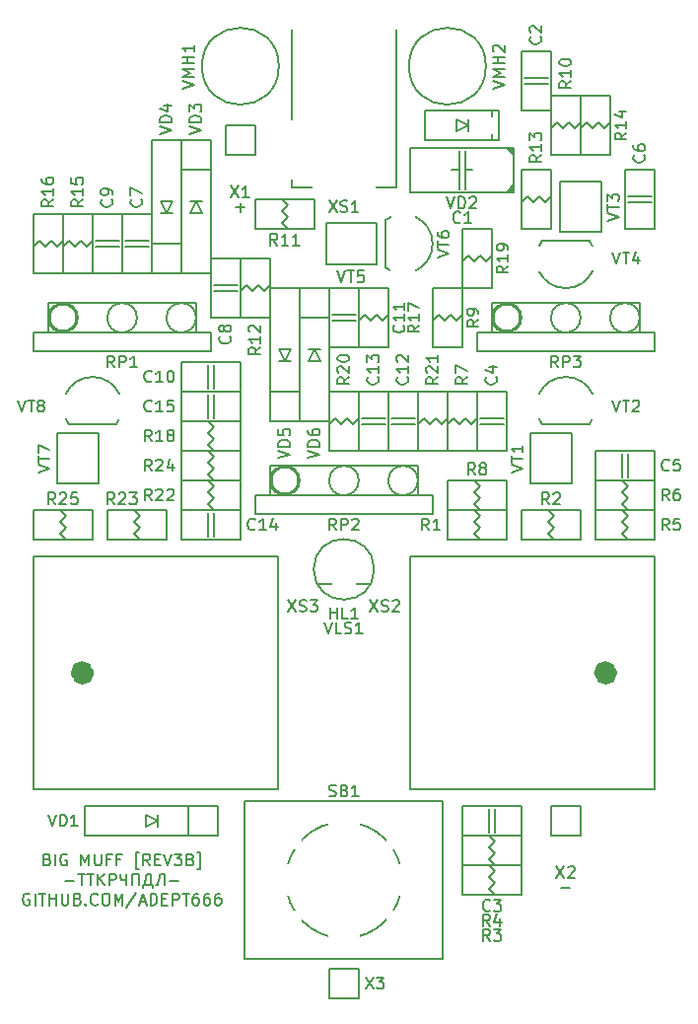
<source format=gbr>
G04 #@! TF.GenerationSoftware,KiCad,Pcbnew,5.1.12-84ad8e8a86~92~ubuntu20.04.1*
G04 #@! TF.CreationDate,2024-08-07T09:27:01+00:00*
G04 #@! TF.ProjectId,___-1.30.B-1,221a1f2d-312e-4333-902e-422d312e6b69,3B*
G04 #@! TF.SameCoordinates,Original*
G04 #@! TF.FileFunction,Legend,Top*
G04 #@! TF.FilePolarity,Positive*
%FSLAX46Y46*%
G04 Gerber Fmt 4.6, Leading zero omitted, Abs format (unit mm)*
G04 Created by KiCad (PCBNEW 5.1.12-84ad8e8a86~92~ubuntu20.04.1) date 2024-08-07 09:27:01*
%MOMM*%
%LPD*%
G01*
G04 APERTURE LIST*
%ADD10C,0.200000*%
%ADD11C,1.370000*%
%ADD12C,1.000000*%
%ADD13C,2.100000*%
%ADD14C,3.000000*%
%ADD15O,5.700000X3.200000*%
%ADD16O,3.200000X5.200000*%
%ADD17O,5.200000X3.200000*%
%ADD18C,6.200000*%
G04 APERTURE END LIST*
D10*
X124079047Y-168346428D02*
X124840952Y-168346428D01*
X96139047Y-109926428D02*
X96900952Y-109926428D01*
X96520000Y-110307380D02*
X96520000Y-109545476D01*
X79955238Y-165868571D02*
X80098095Y-165916190D01*
X80145714Y-165963809D01*
X80193333Y-166059047D01*
X80193333Y-166201904D01*
X80145714Y-166297142D01*
X80098095Y-166344761D01*
X80002857Y-166392380D01*
X79621904Y-166392380D01*
X79621904Y-165392380D01*
X79955238Y-165392380D01*
X80050476Y-165440000D01*
X80098095Y-165487619D01*
X80145714Y-165582857D01*
X80145714Y-165678095D01*
X80098095Y-165773333D01*
X80050476Y-165820952D01*
X79955238Y-165868571D01*
X79621904Y-165868571D01*
X80621904Y-166392380D02*
X80621904Y-165392380D01*
X81621904Y-165440000D02*
X81526666Y-165392380D01*
X81383809Y-165392380D01*
X81240952Y-165440000D01*
X81145714Y-165535238D01*
X81098095Y-165630476D01*
X81050476Y-165820952D01*
X81050476Y-165963809D01*
X81098095Y-166154285D01*
X81145714Y-166249523D01*
X81240952Y-166344761D01*
X81383809Y-166392380D01*
X81479047Y-166392380D01*
X81621904Y-166344761D01*
X81669523Y-166297142D01*
X81669523Y-165963809D01*
X81479047Y-165963809D01*
X82860000Y-166392380D02*
X82860000Y-165392380D01*
X83193333Y-166106666D01*
X83526666Y-165392380D01*
X83526666Y-166392380D01*
X84002857Y-165392380D02*
X84002857Y-166201904D01*
X84050476Y-166297142D01*
X84098095Y-166344761D01*
X84193333Y-166392380D01*
X84383809Y-166392380D01*
X84479047Y-166344761D01*
X84526666Y-166297142D01*
X84574285Y-166201904D01*
X84574285Y-165392380D01*
X85383809Y-165868571D02*
X85050476Y-165868571D01*
X85050476Y-166392380D02*
X85050476Y-165392380D01*
X85526666Y-165392380D01*
X86240952Y-165868571D02*
X85907619Y-165868571D01*
X85907619Y-166392380D02*
X85907619Y-165392380D01*
X86383809Y-165392380D01*
X87812380Y-166725714D02*
X87574285Y-166725714D01*
X87574285Y-165297142D01*
X87812380Y-165297142D01*
X88764761Y-166392380D02*
X88431428Y-165916190D01*
X88193333Y-166392380D02*
X88193333Y-165392380D01*
X88574285Y-165392380D01*
X88669523Y-165440000D01*
X88717142Y-165487619D01*
X88764761Y-165582857D01*
X88764761Y-165725714D01*
X88717142Y-165820952D01*
X88669523Y-165868571D01*
X88574285Y-165916190D01*
X88193333Y-165916190D01*
X89193333Y-165868571D02*
X89526666Y-165868571D01*
X89669523Y-166392380D02*
X89193333Y-166392380D01*
X89193333Y-165392380D01*
X89669523Y-165392380D01*
X89955238Y-165392380D02*
X90288571Y-166392380D01*
X90621904Y-165392380D01*
X90860000Y-165392380D02*
X91479047Y-165392380D01*
X91145714Y-165773333D01*
X91288571Y-165773333D01*
X91383809Y-165820952D01*
X91431428Y-165868571D01*
X91479047Y-165963809D01*
X91479047Y-166201904D01*
X91431428Y-166297142D01*
X91383809Y-166344761D01*
X91288571Y-166392380D01*
X91002857Y-166392380D01*
X90907619Y-166344761D01*
X90860000Y-166297142D01*
X92240952Y-165868571D02*
X92383809Y-165916190D01*
X92431428Y-165963809D01*
X92479047Y-166059047D01*
X92479047Y-166201904D01*
X92431428Y-166297142D01*
X92383809Y-166344761D01*
X92288571Y-166392380D01*
X91907619Y-166392380D01*
X91907619Y-165392380D01*
X92240952Y-165392380D01*
X92336190Y-165440000D01*
X92383809Y-165487619D01*
X92431428Y-165582857D01*
X92431428Y-165678095D01*
X92383809Y-165773333D01*
X92336190Y-165820952D01*
X92240952Y-165868571D01*
X91907619Y-165868571D01*
X92812380Y-166725714D02*
X93050476Y-166725714D01*
X93050476Y-165297142D01*
X92812380Y-165297142D01*
X81502857Y-167711428D02*
X82264761Y-167711428D01*
X82598095Y-167092380D02*
X83169523Y-167092380D01*
X82883809Y-168092380D02*
X82883809Y-167092380D01*
X83360000Y-167092380D02*
X83931428Y-167092380D01*
X83645714Y-168092380D02*
X83645714Y-167092380D01*
X84264761Y-168092380D02*
X84264761Y-167092380D01*
X84836190Y-168092380D02*
X84407619Y-167520952D01*
X84836190Y-167092380D02*
X84264761Y-167663809D01*
X85264761Y-168092380D02*
X85264761Y-167092380D01*
X85645714Y-167092380D01*
X85740952Y-167140000D01*
X85788571Y-167187619D01*
X85836190Y-167282857D01*
X85836190Y-167425714D01*
X85788571Y-167520952D01*
X85740952Y-167568571D01*
X85645714Y-167616190D01*
X85264761Y-167616190D01*
X86740952Y-167092380D02*
X86740952Y-168092380D01*
X86217142Y-167092380D02*
X86217142Y-167473333D01*
X86264761Y-167568571D01*
X86312380Y-167616190D01*
X86407619Y-167663809D01*
X86740952Y-167663809D01*
X87217142Y-168092380D02*
X87217142Y-167092380D01*
X87788571Y-167092380D01*
X87788571Y-168092380D01*
X89026666Y-168330476D02*
X89026666Y-168092380D01*
X88169523Y-168092380D01*
X88169523Y-168330476D01*
X88836190Y-168092380D02*
X88836190Y-167092380D01*
X88598095Y-167092380D01*
X88502857Y-167140000D01*
X88455238Y-167187619D01*
X88407619Y-167282857D01*
X88312380Y-168092380D01*
X89979047Y-168092380D02*
X89979047Y-167092380D01*
X89836190Y-167092380D01*
X89693333Y-167140000D01*
X89598095Y-167235238D01*
X89550476Y-167378095D01*
X89455238Y-167949523D01*
X89407619Y-168044761D01*
X89312380Y-168092380D01*
X89264761Y-168092380D01*
X90455238Y-167711428D02*
X91217142Y-167711428D01*
X78407619Y-168840000D02*
X78312380Y-168792380D01*
X78169523Y-168792380D01*
X78026666Y-168840000D01*
X77931428Y-168935238D01*
X77883809Y-169030476D01*
X77836190Y-169220952D01*
X77836190Y-169363809D01*
X77883809Y-169554285D01*
X77931428Y-169649523D01*
X78026666Y-169744761D01*
X78169523Y-169792380D01*
X78264761Y-169792380D01*
X78407619Y-169744761D01*
X78455238Y-169697142D01*
X78455238Y-169363809D01*
X78264761Y-169363809D01*
X78883809Y-169792380D02*
X78883809Y-168792380D01*
X79217142Y-168792380D02*
X79788571Y-168792380D01*
X79502857Y-169792380D02*
X79502857Y-168792380D01*
X80121904Y-169792380D02*
X80121904Y-168792380D01*
X80121904Y-169268571D02*
X80693333Y-169268571D01*
X80693333Y-169792380D02*
X80693333Y-168792380D01*
X81169523Y-168792380D02*
X81169523Y-169601904D01*
X81217142Y-169697142D01*
X81264761Y-169744761D01*
X81360000Y-169792380D01*
X81550476Y-169792380D01*
X81645714Y-169744761D01*
X81693333Y-169697142D01*
X81740952Y-169601904D01*
X81740952Y-168792380D01*
X82550476Y-169268571D02*
X82693333Y-169316190D01*
X82740952Y-169363809D01*
X82788571Y-169459047D01*
X82788571Y-169601904D01*
X82740952Y-169697142D01*
X82693333Y-169744761D01*
X82598095Y-169792380D01*
X82217142Y-169792380D01*
X82217142Y-168792380D01*
X82550476Y-168792380D01*
X82645714Y-168840000D01*
X82693333Y-168887619D01*
X82740952Y-168982857D01*
X82740952Y-169078095D01*
X82693333Y-169173333D01*
X82645714Y-169220952D01*
X82550476Y-169268571D01*
X82217142Y-169268571D01*
X83217142Y-169697142D02*
X83264761Y-169744761D01*
X83217142Y-169792380D01*
X83169523Y-169744761D01*
X83217142Y-169697142D01*
X83217142Y-169792380D01*
X84264761Y-169697142D02*
X84217142Y-169744761D01*
X84074285Y-169792380D01*
X83979047Y-169792380D01*
X83836190Y-169744761D01*
X83740952Y-169649523D01*
X83693333Y-169554285D01*
X83645714Y-169363809D01*
X83645714Y-169220952D01*
X83693333Y-169030476D01*
X83740952Y-168935238D01*
X83836190Y-168840000D01*
X83979047Y-168792380D01*
X84074285Y-168792380D01*
X84217142Y-168840000D01*
X84264761Y-168887619D01*
X84883809Y-168792380D02*
X85074285Y-168792380D01*
X85169523Y-168840000D01*
X85264761Y-168935238D01*
X85312380Y-169125714D01*
X85312380Y-169459047D01*
X85264761Y-169649523D01*
X85169523Y-169744761D01*
X85074285Y-169792380D01*
X84883809Y-169792380D01*
X84788571Y-169744761D01*
X84693333Y-169649523D01*
X84645714Y-169459047D01*
X84645714Y-169125714D01*
X84693333Y-168935238D01*
X84788571Y-168840000D01*
X84883809Y-168792380D01*
X85740952Y-169792380D02*
X85740952Y-168792380D01*
X86074285Y-169506666D01*
X86407619Y-168792380D01*
X86407619Y-169792380D01*
X87598095Y-168744761D02*
X86740952Y-170030476D01*
X87883809Y-169506666D02*
X88360000Y-169506666D01*
X87788571Y-169792380D02*
X88121904Y-168792380D01*
X88455238Y-169792380D01*
X88788571Y-169792380D02*
X88788571Y-168792380D01*
X89026666Y-168792380D01*
X89169523Y-168840000D01*
X89264761Y-168935238D01*
X89312380Y-169030476D01*
X89360000Y-169220952D01*
X89360000Y-169363809D01*
X89312380Y-169554285D01*
X89264761Y-169649523D01*
X89169523Y-169744761D01*
X89026666Y-169792380D01*
X88788571Y-169792380D01*
X89788571Y-169268571D02*
X90121904Y-169268571D01*
X90264761Y-169792380D02*
X89788571Y-169792380D01*
X89788571Y-168792380D01*
X90264761Y-168792380D01*
X90693333Y-169792380D02*
X90693333Y-168792380D01*
X91074285Y-168792380D01*
X91169523Y-168840000D01*
X91217142Y-168887619D01*
X91264761Y-168982857D01*
X91264761Y-169125714D01*
X91217142Y-169220952D01*
X91169523Y-169268571D01*
X91074285Y-169316190D01*
X90693333Y-169316190D01*
X91550476Y-168792380D02*
X92121904Y-168792380D01*
X91836190Y-169792380D02*
X91836190Y-168792380D01*
X92883809Y-168792380D02*
X92693333Y-168792380D01*
X92598095Y-168840000D01*
X92550476Y-168887619D01*
X92455238Y-169030476D01*
X92407619Y-169220952D01*
X92407619Y-169601904D01*
X92455238Y-169697142D01*
X92502857Y-169744761D01*
X92598095Y-169792380D01*
X92788571Y-169792380D01*
X92883809Y-169744761D01*
X92931428Y-169697142D01*
X92979047Y-169601904D01*
X92979047Y-169363809D01*
X92931428Y-169268571D01*
X92883809Y-169220952D01*
X92788571Y-169173333D01*
X92598095Y-169173333D01*
X92502857Y-169220952D01*
X92455238Y-169268571D01*
X92407619Y-169363809D01*
X93836190Y-168792380D02*
X93645714Y-168792380D01*
X93550476Y-168840000D01*
X93502857Y-168887619D01*
X93407619Y-169030476D01*
X93360000Y-169220952D01*
X93360000Y-169601904D01*
X93407619Y-169697142D01*
X93455238Y-169744761D01*
X93550476Y-169792380D01*
X93740952Y-169792380D01*
X93836190Y-169744761D01*
X93883809Y-169697142D01*
X93931428Y-169601904D01*
X93931428Y-169363809D01*
X93883809Y-169268571D01*
X93836190Y-169220952D01*
X93740952Y-169173333D01*
X93550476Y-169173333D01*
X93455238Y-169220952D01*
X93407619Y-169268571D01*
X93360000Y-169363809D01*
X94788571Y-168792380D02*
X94598095Y-168792380D01*
X94502857Y-168840000D01*
X94455238Y-168887619D01*
X94360000Y-169030476D01*
X94312380Y-169220952D01*
X94312380Y-169601904D01*
X94360000Y-169697142D01*
X94407619Y-169744761D01*
X94502857Y-169792380D01*
X94693333Y-169792380D01*
X94788571Y-169744761D01*
X94836190Y-169697142D01*
X94883809Y-169601904D01*
X94883809Y-169363809D01*
X94836190Y-169268571D01*
X94788571Y-169220952D01*
X94693333Y-169173333D01*
X94502857Y-169173333D01*
X94407619Y-169220952D01*
X94360000Y-169268571D01*
X94312380Y-169363809D01*
X89408000Y-162052000D02*
X89408000Y-163068000D01*
X88392000Y-163068000D02*
X89408000Y-162560000D01*
X88392000Y-162052000D02*
X89408000Y-162560000D01*
X88392000Y-162052000D02*
X88392000Y-163068000D01*
X94615000Y-161290000D02*
X94615000Y-163830000D01*
X83185000Y-161290000D02*
X83185000Y-163830000D01*
X83185000Y-163830000D02*
X94615000Y-163830000D01*
X83185000Y-161290000D02*
X94615000Y-161290000D01*
X92075000Y-161290000D02*
X92075000Y-163830000D01*
X117094000Y-137414000D02*
X116586000Y-137922000D01*
X116586000Y-137922000D02*
X117094000Y-138430000D01*
X117094000Y-137414000D02*
X116586000Y-136906000D01*
X116586000Y-136906000D02*
X117094000Y-136398000D01*
X117094000Y-136398000D02*
X116586000Y-135890000D01*
X119380000Y-135890000D02*
X114300000Y-135890000D01*
X119380000Y-138430000D02*
X114300000Y-138430000D01*
X114300000Y-138430000D02*
X114300000Y-135890000D01*
X119380000Y-138430000D02*
X119380000Y-135890000D01*
X132080000Y-120650000D02*
X132080000Y-122250000D01*
X116840000Y-120650000D02*
X116840000Y-122250000D01*
X130810000Y-118110000D02*
X130810000Y-120650000D01*
X118110000Y-118110000D02*
X118110000Y-120650000D01*
X116840000Y-122250000D02*
X132080000Y-122250000D01*
X116840000Y-120650000D02*
X132080000Y-120650000D01*
X118110000Y-118110000D02*
X130810000Y-118110000D01*
X130810000Y-119380000D02*
G75*
G03*
X130810000Y-119380000I-1270000J0D01*
G01*
X125730000Y-119380000D02*
G75*
G03*
X125730000Y-119380000I-1270000J0D01*
G01*
D11*
X120065000Y-119380000D02*
G75*
G03*
X120065000Y-119380000I-685000J0D01*
G01*
D10*
X113030000Y-134620000D02*
X113030000Y-136220000D01*
X97790000Y-134620000D02*
X97790000Y-136220000D01*
X111760000Y-132080000D02*
X111760000Y-134620000D01*
X99060000Y-132080000D02*
X99060000Y-134620000D01*
X97790000Y-136220000D02*
X113030000Y-136220000D01*
X97790000Y-134620000D02*
X113030000Y-134620000D01*
X99060000Y-132080000D02*
X111760000Y-132080000D01*
X111760000Y-133350000D02*
G75*
G03*
X111760000Y-133350000I-1270000J0D01*
G01*
X106680000Y-133350000D02*
G75*
G03*
X106680000Y-133350000I-1270000J0D01*
G01*
D11*
X101015000Y-133350000D02*
G75*
G03*
X101015000Y-133350000I-685000J0D01*
G01*
D10*
X93980000Y-120650000D02*
X93980000Y-122250000D01*
X78740000Y-120650000D02*
X78740000Y-122250000D01*
X92710000Y-118110000D02*
X92710000Y-120650000D01*
X80010000Y-118110000D02*
X80010000Y-120650000D01*
X78740000Y-122250000D02*
X93980000Y-122250000D01*
X78740000Y-120650000D02*
X93980000Y-120650000D01*
X80010000Y-118110000D02*
X92710000Y-118110000D01*
X92710000Y-119380000D02*
G75*
G03*
X92710000Y-119380000I-1270000J0D01*
G01*
X87630000Y-119380000D02*
G75*
G03*
X87630000Y-119380000I-1270000J0D01*
G01*
D11*
X81965000Y-119380000D02*
G75*
G03*
X81965000Y-119380000I-685000J0D01*
G01*
D10*
X80772000Y-133604000D02*
X80772000Y-129286000D01*
X80772000Y-133604000D02*
X84328000Y-133604000D01*
X84328000Y-129286000D02*
X84328000Y-133604000D01*
X84328000Y-129286000D02*
X80772000Y-129286000D01*
X103886000Y-111252000D02*
X108204000Y-111252000D01*
X103886000Y-111252000D02*
X103886000Y-114808000D01*
X108204000Y-114808000D02*
X103886000Y-114808000D01*
X108204000Y-114808000D02*
X108204000Y-111252000D01*
X123952000Y-112014000D02*
X127508000Y-112014000D01*
X123952000Y-112014000D02*
X123952000Y-107696000D01*
X127508000Y-107696000D02*
X123952000Y-107696000D01*
X127508000Y-107696000D02*
X127508000Y-112014000D01*
X121412000Y-133604000D02*
X121412000Y-129286000D01*
X121412000Y-133604000D02*
X124968000Y-133604000D01*
X124968000Y-129286000D02*
X124968000Y-133604000D01*
X124968000Y-129286000D02*
X121412000Y-129286000D01*
X108965000Y-110998750D02*
X108965000Y-115061250D01*
X108965000Y-110998750D02*
G75*
G02*
X108965000Y-115061250I1525000J-2031250D01*
G01*
X126491250Y-112775000D02*
X122428750Y-112775000D01*
X126491250Y-112775000D02*
G75*
G02*
X122428750Y-112775000I-2031250J-1525000D01*
G01*
X122428750Y-128525000D02*
X126491250Y-128525000D01*
X122428750Y-128525000D02*
G75*
G02*
X126491250Y-128525000I2031250J1525000D01*
G01*
X81788750Y-128525000D02*
X85851250Y-128525000D01*
X81788750Y-128525000D02*
G75*
G02*
X85851250Y-128525000I2031250J1525000D01*
G01*
X83820000Y-110490000D02*
X83820000Y-115570000D01*
X86360000Y-110490000D02*
X86360000Y-115570000D01*
X86106000Y-113284000D02*
X84074000Y-113284000D01*
X86106000Y-112776000D02*
X84074000Y-112776000D01*
X86360000Y-115570000D02*
X83820000Y-115570000D01*
X86360000Y-110490000D02*
X83820000Y-110490000D01*
X91440000Y-125730000D02*
X96520000Y-125730000D01*
X91440000Y-123190000D02*
X96520000Y-123190000D01*
X94234000Y-123444000D02*
X94234000Y-125476000D01*
X93726000Y-123444000D02*
X93726000Y-125476000D01*
X96520000Y-123190000D02*
X96520000Y-125730000D01*
X91440000Y-123190000D02*
X91440000Y-125730000D01*
X88900000Y-115570000D02*
X88900000Y-110490000D01*
X86360000Y-115570000D02*
X86360000Y-110490000D01*
X86614000Y-112776000D02*
X88646000Y-112776000D01*
X86614000Y-113284000D02*
X88646000Y-113284000D01*
X86360000Y-110490000D02*
X88900000Y-110490000D01*
X86360000Y-115570000D02*
X88900000Y-115570000D01*
X120650000Y-101600000D02*
X123190000Y-101600000D01*
X120650000Y-96520000D02*
X123190000Y-96520000D01*
X120904000Y-99314000D02*
X122936000Y-99314000D01*
X120904000Y-98806000D02*
X122936000Y-98806000D01*
X120650000Y-101600000D02*
X120650000Y-96520000D01*
X123190000Y-101600000D02*
X123190000Y-96520000D01*
X132080000Y-111760000D02*
X132080000Y-106680000D01*
X129540000Y-111760000D02*
X129540000Y-106680000D01*
X129794000Y-108966000D02*
X131826000Y-108966000D01*
X129794000Y-109474000D02*
X131826000Y-109474000D01*
X129540000Y-106680000D02*
X132080000Y-106680000D01*
X129540000Y-111760000D02*
X132080000Y-111760000D01*
X109220000Y-130810000D02*
X109220000Y-125730000D01*
X106680000Y-130810000D02*
X106680000Y-125730000D01*
X106934000Y-128016000D02*
X108966000Y-128016000D01*
X106934000Y-128524000D02*
X108966000Y-128524000D01*
X106680000Y-125730000D02*
X109220000Y-125730000D01*
X106680000Y-130810000D02*
X109220000Y-130810000D01*
X109220000Y-125730000D02*
X109220000Y-130810000D01*
X111760000Y-125730000D02*
X111760000Y-130810000D01*
X111506000Y-128524000D02*
X109474000Y-128524000D01*
X111506000Y-128016000D02*
X109474000Y-128016000D01*
X111760000Y-130810000D02*
X109220000Y-130810000D01*
X111760000Y-125730000D02*
X109220000Y-125730000D01*
X127000000Y-130810000D02*
X127000000Y-133350000D01*
X132080000Y-130810000D02*
X132080000Y-133350000D01*
X129286000Y-131064000D02*
X129286000Y-133096000D01*
X129794000Y-131064000D02*
X129794000Y-133096000D01*
X127000000Y-130810000D02*
X132080000Y-130810000D01*
X127000000Y-133350000D02*
X132080000Y-133350000D01*
X91440000Y-128270000D02*
X96520000Y-128270000D01*
X91440000Y-125730000D02*
X96520000Y-125730000D01*
X94234000Y-125984000D02*
X94234000Y-128016000D01*
X93726000Y-125984000D02*
X93726000Y-128016000D01*
X96520000Y-125730000D02*
X96520000Y-128270000D01*
X91440000Y-125730000D02*
X91440000Y-128270000D01*
X96520000Y-135890000D02*
X91440000Y-135890000D01*
X96520000Y-138430000D02*
X91440000Y-138430000D01*
X93726000Y-138176000D02*
X93726000Y-136144000D01*
X94234000Y-138176000D02*
X94234000Y-136144000D01*
X91440000Y-138430000D02*
X91440000Y-135890000D01*
X96520000Y-138430000D02*
X96520000Y-135890000D01*
X120650000Y-163830000D02*
X120650000Y-161290000D01*
X115570000Y-163830000D02*
X115570000Y-161290000D01*
X118364000Y-163576000D02*
X118364000Y-161544000D01*
X117856000Y-163576000D02*
X117856000Y-161544000D01*
X120650000Y-163830000D02*
X115570000Y-163830000D01*
X120650000Y-161290000D02*
X115570000Y-161290000D01*
X118364000Y-167894000D02*
X117856000Y-168402000D01*
X117856000Y-168402000D02*
X118364000Y-168910000D01*
X118364000Y-167894000D02*
X117856000Y-167386000D01*
X117856000Y-167386000D02*
X118364000Y-166878000D01*
X118364000Y-166878000D02*
X117856000Y-166370000D01*
X120650000Y-166370000D02*
X115570000Y-166370000D01*
X120650000Y-168910000D02*
X115570000Y-168910000D01*
X115570000Y-168910000D02*
X115570000Y-166370000D01*
X120650000Y-168910000D02*
X120650000Y-166370000D01*
G36*
X120015000Y-107950000D02*
G01*
X120015000Y-108585000D01*
X119380000Y-108585000D01*
X120015000Y-107950000D01*
G37*
X120015000Y-107950000D02*
X120015000Y-108585000D01*
X119380000Y-108585000D01*
X120015000Y-107950000D01*
G36*
X119380000Y-104775000D02*
G01*
X120015000Y-104775000D01*
X120015000Y-105410000D01*
X119380000Y-104775000D01*
G37*
X119380000Y-104775000D02*
X120015000Y-104775000D01*
X120015000Y-105410000D01*
X119380000Y-104775000D01*
X120015000Y-104775000D02*
X111125000Y-104775000D01*
X120015000Y-108585000D02*
X111125000Y-108585000D01*
X111125000Y-108585000D02*
X111125000Y-104775000D01*
X115316000Y-108331000D02*
X115316000Y-105029000D01*
X115824000Y-108331000D02*
X115824000Y-105029000D01*
X120015000Y-108585000D02*
X120015000Y-104775000D01*
X116459000Y-106680000D02*
X115824000Y-106680000D01*
X115316000Y-106680000D02*
X114681000Y-106680000D01*
X118110000Y-103632000D02*
X118110000Y-104140000D01*
X116078000Y-102362000D02*
X116078000Y-103378000D01*
X115062000Y-102362000D02*
X115062000Y-103378000D01*
X115062000Y-103378000D02*
X116078000Y-102870000D01*
X116078000Y-102870000D02*
X115062000Y-102362000D01*
X112395000Y-104140000D02*
X118745000Y-104140000D01*
X112395000Y-101600000D02*
X118745000Y-101600000D01*
X118745000Y-101600000D02*
X118745000Y-104140000D01*
X118110000Y-101600000D02*
X118110000Y-102108000D01*
X112395000Y-104140000D02*
X112395000Y-101600000D01*
X100838000Y-123063000D02*
X99822000Y-123063000D01*
X99822000Y-122047000D02*
X100330000Y-123063000D01*
X100838000Y-122047000D02*
X100330000Y-123063000D01*
X100838000Y-122047000D02*
X99822000Y-122047000D01*
X101600000Y-128270000D02*
X99060000Y-128270000D01*
X101600000Y-116840000D02*
X99060000Y-116840000D01*
X99060000Y-116840000D02*
X99060000Y-128270000D01*
X101600000Y-116840000D02*
X101600000Y-128270000D01*
X101600000Y-125730000D02*
X99060000Y-125730000D01*
X102362000Y-122047000D02*
X103378000Y-122047000D01*
X103378000Y-123063000D02*
X102870000Y-122047000D01*
X102362000Y-123063000D02*
X102870000Y-122047000D01*
X102362000Y-123063000D02*
X103378000Y-123063000D01*
X101600000Y-116840000D02*
X104140000Y-116840000D01*
X101600000Y-128270000D02*
X104140000Y-128270000D01*
X104140000Y-128270000D02*
X104140000Y-116840000D01*
X101600000Y-128270000D02*
X101600000Y-116840000D01*
X101600000Y-119380000D02*
X104140000Y-119380000D01*
X90678000Y-110363000D02*
X89662000Y-110363000D01*
X89662000Y-109347000D02*
X90170000Y-110363000D01*
X90678000Y-109347000D02*
X90170000Y-110363000D01*
X90678000Y-109347000D02*
X89662000Y-109347000D01*
X91440000Y-115570000D02*
X88900000Y-115570000D01*
X91440000Y-104140000D02*
X88900000Y-104140000D01*
X88900000Y-104140000D02*
X88900000Y-115570000D01*
X91440000Y-104140000D02*
X91440000Y-115570000D01*
X91440000Y-113030000D02*
X88900000Y-113030000D01*
X92202000Y-109347000D02*
X93218000Y-109347000D01*
X93218000Y-110363000D02*
X92710000Y-109347000D01*
X92202000Y-110363000D02*
X92710000Y-109347000D01*
X92202000Y-110363000D02*
X93218000Y-110363000D01*
X91440000Y-104140000D02*
X93980000Y-104140000D01*
X91440000Y-115570000D02*
X93980000Y-115570000D01*
X93980000Y-115570000D02*
X93980000Y-104140000D01*
X91440000Y-115570000D02*
X91440000Y-104140000D01*
X91440000Y-106680000D02*
X93980000Y-106680000D01*
X132080000Y-159860000D02*
X132080000Y-139860000D01*
X111080000Y-159860000D02*
X111080000Y-139860000D01*
X111080000Y-159860000D02*
X132080000Y-159860000D01*
X111080000Y-139860000D02*
X132080000Y-139860000D01*
D12*
X128380000Y-149860000D02*
G75*
G03*
X128380000Y-149860000I-500000J0D01*
G01*
D10*
X78740000Y-139860000D02*
X78740000Y-159860000D01*
X99740000Y-139860000D02*
X99740000Y-159860000D01*
X99740000Y-139860000D02*
X78740000Y-139860000D01*
X99740000Y-159860000D02*
X78740000Y-159860000D01*
D12*
X83440000Y-149860000D02*
G75*
G03*
X83440000Y-149860000I-500000J0D01*
G01*
D10*
X100910000Y-108180000D02*
X100910000Y-94615000D01*
X109910000Y-108180000D02*
X109910000Y-94615000D01*
X109910000Y-108180000D02*
X100910000Y-108180000D01*
X103187500Y-142240000D02*
X107632500Y-142240000D01*
X108010000Y-140970000D02*
G75*
G03*
X108010000Y-140970000I-2600000J0D01*
G01*
X110410000Y-167640000D02*
G75*
G03*
X110410000Y-167640000I-5000000J0D01*
G01*
X96910000Y-160890000D02*
X113910000Y-160890000D01*
X96910000Y-174390000D02*
X113910000Y-174390000D01*
X96910000Y-160890000D02*
X96910000Y-174390000D01*
X113910000Y-160890000D02*
X113910000Y-174390000D01*
X117602000Y-97790000D02*
G75*
G03*
X117602000Y-97790000I-3302000J0D01*
G01*
X99822000Y-97790000D02*
G75*
G03*
X99822000Y-97790000I-3302000J0D01*
G01*
X125730000Y-161290000D02*
X125730000Y-163830000D01*
X123190000Y-161290000D02*
X123190000Y-163830000D01*
X123190000Y-163830000D02*
X125730000Y-163830000D01*
X123190000Y-161290000D02*
X125730000Y-161290000D01*
X97790000Y-102870000D02*
X97790000Y-105410000D01*
X95250000Y-102870000D02*
X95250000Y-105410000D01*
X95250000Y-105410000D02*
X97790000Y-105410000D01*
X95250000Y-102870000D02*
X97790000Y-102870000D01*
X106680000Y-175260000D02*
X106680000Y-177800000D01*
X104140000Y-175260000D02*
X104140000Y-177800000D01*
X104140000Y-177800000D02*
X106680000Y-177800000D01*
X104140000Y-175260000D02*
X106680000Y-175260000D01*
X93980000Y-119380000D02*
X96520000Y-119380000D01*
X93980000Y-114300000D02*
X96520000Y-114300000D01*
X94234000Y-117094000D02*
X96266000Y-117094000D01*
X94234000Y-116586000D02*
X96266000Y-116586000D01*
X93980000Y-119380000D02*
X93980000Y-114300000D01*
X96520000Y-119380000D02*
X96520000Y-114300000D01*
X104140000Y-116840000D02*
X104140000Y-121920000D01*
X106680000Y-116840000D02*
X106680000Y-121920000D01*
X106426000Y-119634000D02*
X104394000Y-119634000D01*
X106426000Y-119126000D02*
X104394000Y-119126000D01*
X106680000Y-121920000D02*
X104140000Y-121920000D01*
X106680000Y-116840000D02*
X104140000Y-116840000D01*
X116840000Y-125730000D02*
X116840000Y-130810000D01*
X119380000Y-125730000D02*
X119380000Y-130810000D01*
X119126000Y-128524000D02*
X117094000Y-128524000D01*
X119126000Y-128016000D02*
X117094000Y-128016000D01*
X119380000Y-130810000D02*
X116840000Y-130810000D01*
X119380000Y-125730000D02*
X116840000Y-125730000D01*
X129286000Y-134366000D02*
X129794000Y-133858000D01*
X129794000Y-133858000D02*
X129286000Y-133350000D01*
X129286000Y-134366000D02*
X129794000Y-134874000D01*
X129794000Y-134874000D02*
X129286000Y-135382000D01*
X129286000Y-135382000D02*
X129794000Y-135890000D01*
X127000000Y-135890000D02*
X132080000Y-135890000D01*
X127000000Y-133350000D02*
X132080000Y-133350000D01*
X132080000Y-133350000D02*
X132080000Y-135890000D01*
X127000000Y-133350000D02*
X127000000Y-135890000D01*
X129794000Y-137414000D02*
X129286000Y-137922000D01*
X129286000Y-137922000D02*
X129794000Y-138430000D01*
X129794000Y-137414000D02*
X129286000Y-136906000D01*
X129286000Y-136906000D02*
X129794000Y-136398000D01*
X129794000Y-136398000D02*
X129286000Y-135890000D01*
X132080000Y-135890000D02*
X127000000Y-135890000D01*
X132080000Y-138430000D02*
X127000000Y-138430000D01*
X127000000Y-138430000D02*
X127000000Y-135890000D01*
X132080000Y-138430000D02*
X132080000Y-135890000D01*
X115570000Y-163830000D02*
X115570000Y-166370000D01*
X120650000Y-163830000D02*
X120650000Y-166370000D01*
X115570000Y-163830000D02*
X120650000Y-163830000D01*
X115570000Y-166370000D02*
X120650000Y-166370000D01*
X117856000Y-165862000D02*
X118364000Y-166370000D01*
X118364000Y-165354000D02*
X117856000Y-165862000D01*
X117856000Y-164846000D02*
X118364000Y-165354000D01*
X118364000Y-164338000D02*
X117856000Y-163830000D01*
X117856000Y-164846000D02*
X118364000Y-164338000D01*
X115824000Y-128016000D02*
X116332000Y-128524000D01*
X116332000Y-128524000D02*
X116840000Y-128016000D01*
X115824000Y-128016000D02*
X115316000Y-128524000D01*
X115316000Y-128524000D02*
X114808000Y-128016000D01*
X114808000Y-128016000D02*
X114300000Y-128524000D01*
X114300000Y-125730000D02*
X114300000Y-130810000D01*
X116840000Y-125730000D02*
X116840000Y-130810000D01*
X116840000Y-130810000D02*
X114300000Y-130810000D01*
X116840000Y-125730000D02*
X114300000Y-125730000D01*
X112776000Y-128524000D02*
X112268000Y-128016000D01*
X112268000Y-128016000D02*
X111760000Y-128524000D01*
X112776000Y-128524000D02*
X113284000Y-128016000D01*
X113284000Y-128016000D02*
X113792000Y-128524000D01*
X113792000Y-128524000D02*
X114300000Y-128016000D01*
X114300000Y-130810000D02*
X114300000Y-125730000D01*
X111760000Y-130810000D02*
X111760000Y-125730000D01*
X111760000Y-125730000D02*
X114300000Y-125730000D01*
X111760000Y-130810000D02*
X114300000Y-130810000D01*
X114300000Y-133350000D02*
X114300000Y-135890000D01*
X119380000Y-133350000D02*
X119380000Y-135890000D01*
X114300000Y-133350000D02*
X119380000Y-133350000D01*
X114300000Y-135890000D02*
X119380000Y-135890000D01*
X116586000Y-135382000D02*
X117094000Y-135890000D01*
X117094000Y-134874000D02*
X116586000Y-135382000D01*
X116586000Y-134366000D02*
X117094000Y-134874000D01*
X117094000Y-133858000D02*
X116586000Y-133350000D01*
X116586000Y-134366000D02*
X117094000Y-133858000D01*
X128270000Y-100330000D02*
X125730000Y-100330000D01*
X128270000Y-105410000D02*
X125730000Y-105410000D01*
X128270000Y-100330000D02*
X128270000Y-105410000D01*
X125730000Y-100330000D02*
X125730000Y-105410000D01*
X126238000Y-102616000D02*
X125730000Y-103124000D01*
X126746000Y-103124000D02*
X126238000Y-102616000D01*
X127254000Y-102616000D02*
X126746000Y-103124000D01*
X127762000Y-103124000D02*
X128270000Y-102616000D01*
X127254000Y-102616000D02*
X127762000Y-103124000D01*
X100076000Y-110236000D02*
X100584000Y-109728000D01*
X100584000Y-109728000D02*
X100076000Y-109220000D01*
X100076000Y-110236000D02*
X100584000Y-110744000D01*
X100584000Y-110744000D02*
X100076000Y-111252000D01*
X100076000Y-111252000D02*
X100584000Y-111760000D01*
X97790000Y-111760000D02*
X102870000Y-111760000D01*
X97790000Y-109220000D02*
X102870000Y-109220000D01*
X102870000Y-109220000D02*
X102870000Y-111760000D01*
X97790000Y-109220000D02*
X97790000Y-111760000D01*
X125730000Y-100330000D02*
X123190000Y-100330000D01*
X125730000Y-105410000D02*
X123190000Y-105410000D01*
X125730000Y-100330000D02*
X125730000Y-105410000D01*
X123190000Y-100330000D02*
X123190000Y-105410000D01*
X123698000Y-102616000D02*
X123190000Y-103124000D01*
X124206000Y-103124000D02*
X123698000Y-102616000D01*
X124714000Y-102616000D02*
X124206000Y-103124000D01*
X125222000Y-103124000D02*
X125730000Y-102616000D01*
X124714000Y-102616000D02*
X125222000Y-103124000D01*
X114046000Y-119634000D02*
X113538000Y-119126000D01*
X113538000Y-119126000D02*
X113030000Y-119634000D01*
X114046000Y-119634000D02*
X114554000Y-119126000D01*
X114554000Y-119126000D02*
X115062000Y-119634000D01*
X115062000Y-119634000D02*
X115570000Y-119126000D01*
X115570000Y-121920000D02*
X115570000Y-116840000D01*
X113030000Y-121920000D02*
X113030000Y-116840000D01*
X113030000Y-116840000D02*
X115570000Y-116840000D01*
X113030000Y-121920000D02*
X115570000Y-121920000D01*
X80264000Y-112776000D02*
X80772000Y-113284000D01*
X80772000Y-113284000D02*
X81280000Y-112776000D01*
X80264000Y-112776000D02*
X79756000Y-113284000D01*
X79756000Y-113284000D02*
X79248000Y-112776000D01*
X79248000Y-112776000D02*
X78740000Y-113284000D01*
X78740000Y-110490000D02*
X78740000Y-115570000D01*
X81280000Y-110490000D02*
X81280000Y-115570000D01*
X81280000Y-115570000D02*
X78740000Y-115570000D01*
X81280000Y-110490000D02*
X78740000Y-110490000D01*
X116586000Y-114554000D02*
X116078000Y-114046000D01*
X116078000Y-114046000D02*
X115570000Y-114554000D01*
X116586000Y-114554000D02*
X117094000Y-114046000D01*
X117094000Y-114046000D02*
X117602000Y-114554000D01*
X117602000Y-114554000D02*
X118110000Y-114046000D01*
X118110000Y-116840000D02*
X118110000Y-111760000D01*
X115570000Y-116840000D02*
X115570000Y-111760000D01*
X115570000Y-111760000D02*
X118110000Y-111760000D01*
X115570000Y-116840000D02*
X118110000Y-116840000D01*
X121666000Y-109474000D02*
X121158000Y-108966000D01*
X121158000Y-108966000D02*
X120650000Y-109474000D01*
X121666000Y-109474000D02*
X122174000Y-108966000D01*
X122174000Y-108966000D02*
X122682000Y-109474000D01*
X122682000Y-109474000D02*
X123190000Y-108966000D01*
X123190000Y-111760000D02*
X123190000Y-106680000D01*
X120650000Y-111760000D02*
X120650000Y-106680000D01*
X120650000Y-106680000D02*
X123190000Y-106680000D01*
X120650000Y-111760000D02*
X123190000Y-111760000D01*
X97536000Y-117094000D02*
X97028000Y-116586000D01*
X97028000Y-116586000D02*
X96520000Y-117094000D01*
X97536000Y-117094000D02*
X98044000Y-116586000D01*
X98044000Y-116586000D02*
X98552000Y-117094000D01*
X98552000Y-117094000D02*
X99060000Y-116586000D01*
X99060000Y-119380000D02*
X99060000Y-114300000D01*
X96520000Y-119380000D02*
X96520000Y-114300000D01*
X96520000Y-114300000D02*
X99060000Y-114300000D01*
X96520000Y-119380000D02*
X99060000Y-119380000D01*
X108204000Y-119126000D02*
X108712000Y-119634000D01*
X108712000Y-119634000D02*
X109220000Y-119126000D01*
X108204000Y-119126000D02*
X107696000Y-119634000D01*
X107696000Y-119634000D02*
X107188000Y-119126000D01*
X107188000Y-119126000D02*
X106680000Y-119634000D01*
X106680000Y-116840000D02*
X106680000Y-121920000D01*
X109220000Y-116840000D02*
X109220000Y-121920000D01*
X109220000Y-121920000D02*
X106680000Y-121920000D01*
X109220000Y-116840000D02*
X106680000Y-116840000D01*
X83820000Y-110490000D02*
X81280000Y-110490000D01*
X83820000Y-115570000D02*
X81280000Y-115570000D01*
X83820000Y-110490000D02*
X83820000Y-115570000D01*
X81280000Y-110490000D02*
X81280000Y-115570000D01*
X81788000Y-112776000D02*
X81280000Y-113284000D01*
X82296000Y-113284000D02*
X81788000Y-112776000D01*
X82804000Y-112776000D02*
X82296000Y-113284000D01*
X83312000Y-113284000D02*
X83820000Y-112776000D01*
X82804000Y-112776000D02*
X83312000Y-113284000D01*
X105664000Y-128016000D02*
X106172000Y-128524000D01*
X106172000Y-128524000D02*
X106680000Y-128016000D01*
X105664000Y-128016000D02*
X105156000Y-128524000D01*
X105156000Y-128524000D02*
X104648000Y-128016000D01*
X104648000Y-128016000D02*
X104140000Y-128524000D01*
X104140000Y-125730000D02*
X104140000Y-130810000D01*
X106680000Y-125730000D02*
X106680000Y-130810000D01*
X106680000Y-130810000D02*
X104140000Y-130810000D01*
X106680000Y-125730000D02*
X104140000Y-125730000D01*
X94234000Y-129794000D02*
X93726000Y-130302000D01*
X93726000Y-130302000D02*
X94234000Y-130810000D01*
X94234000Y-129794000D02*
X93726000Y-129286000D01*
X93726000Y-129286000D02*
X94234000Y-128778000D01*
X94234000Y-128778000D02*
X93726000Y-128270000D01*
X96520000Y-128270000D02*
X91440000Y-128270000D01*
X96520000Y-130810000D02*
X91440000Y-130810000D01*
X91440000Y-130810000D02*
X91440000Y-128270000D01*
X96520000Y-130810000D02*
X96520000Y-128270000D01*
X93726000Y-131826000D02*
X94234000Y-131318000D01*
X94234000Y-131318000D02*
X93726000Y-130810000D01*
X93726000Y-131826000D02*
X94234000Y-132334000D01*
X94234000Y-132334000D02*
X93726000Y-132842000D01*
X93726000Y-132842000D02*
X94234000Y-133350000D01*
X91440000Y-133350000D02*
X96520000Y-133350000D01*
X91440000Y-130810000D02*
X96520000Y-130810000D01*
X96520000Y-130810000D02*
X96520000Y-133350000D01*
X91440000Y-130810000D02*
X91440000Y-133350000D01*
X93726000Y-134366000D02*
X94234000Y-133858000D01*
X94234000Y-133858000D02*
X93726000Y-133350000D01*
X93726000Y-134366000D02*
X94234000Y-134874000D01*
X94234000Y-134874000D02*
X93726000Y-135382000D01*
X93726000Y-135382000D02*
X94234000Y-135890000D01*
X91440000Y-135890000D02*
X96520000Y-135890000D01*
X91440000Y-133350000D02*
X96520000Y-133350000D01*
X96520000Y-133350000D02*
X96520000Y-135890000D01*
X91440000Y-133350000D02*
X91440000Y-135890000D01*
X85090000Y-135890000D02*
X85090000Y-138430000D01*
X90170000Y-135890000D02*
X90170000Y-138430000D01*
X85090000Y-135890000D02*
X90170000Y-135890000D01*
X85090000Y-138430000D02*
X90170000Y-138430000D01*
X87376000Y-137922000D02*
X87884000Y-138430000D01*
X87884000Y-137414000D02*
X87376000Y-137922000D01*
X87376000Y-136906000D02*
X87884000Y-137414000D01*
X87884000Y-136398000D02*
X87376000Y-135890000D01*
X87376000Y-136906000D02*
X87884000Y-136398000D01*
X83820000Y-138430000D02*
X83820000Y-135890000D01*
X78740000Y-138430000D02*
X78740000Y-135890000D01*
X83820000Y-138430000D02*
X78740000Y-138430000D01*
X83820000Y-135890000D02*
X78740000Y-135890000D01*
X81534000Y-136398000D02*
X81026000Y-135890000D01*
X81026000Y-136906000D02*
X81534000Y-136398000D01*
X81534000Y-137414000D02*
X81026000Y-136906000D01*
X81026000Y-137922000D02*
X81534000Y-138430000D01*
X81534000Y-137414000D02*
X81026000Y-137922000D01*
X123444000Y-137414000D02*
X122936000Y-137922000D01*
X122936000Y-137922000D02*
X123444000Y-138430000D01*
X123444000Y-137414000D02*
X122936000Y-136906000D01*
X122936000Y-136906000D02*
X123444000Y-136398000D01*
X123444000Y-136398000D02*
X122936000Y-135890000D01*
X125730000Y-135890000D02*
X120650000Y-135890000D01*
X125730000Y-138430000D02*
X120650000Y-138430000D01*
X120650000Y-138430000D02*
X120650000Y-135890000D01*
X125730000Y-138430000D02*
X125730000Y-135890000D01*
X80023214Y-162012380D02*
X80356547Y-163012380D01*
X80689880Y-162012380D01*
X81023214Y-163012380D02*
X81023214Y-162012380D01*
X81261309Y-162012380D01*
X81404166Y-162060000D01*
X81499404Y-162155238D01*
X81547023Y-162250476D01*
X81594642Y-162440952D01*
X81594642Y-162583809D01*
X81547023Y-162774285D01*
X81499404Y-162869523D01*
X81404166Y-162964761D01*
X81261309Y-163012380D01*
X81023214Y-163012380D01*
X82547023Y-163012380D02*
X81975595Y-163012380D01*
X82261309Y-163012380D02*
X82261309Y-162012380D01*
X82166071Y-162155238D01*
X82070833Y-162250476D01*
X81975595Y-162298095D01*
X112709642Y-137612380D02*
X112376309Y-137136190D01*
X112138214Y-137612380D02*
X112138214Y-136612380D01*
X112519166Y-136612380D01*
X112614404Y-136660000D01*
X112662023Y-136707619D01*
X112709642Y-136802857D01*
X112709642Y-136945714D01*
X112662023Y-137040952D01*
X112614404Y-137088571D01*
X112519166Y-137136190D01*
X112138214Y-137136190D01*
X113662023Y-137612380D02*
X113090595Y-137612380D01*
X113376309Y-137612380D02*
X113376309Y-136612380D01*
X113281071Y-136755238D01*
X113185833Y-136850476D01*
X113090595Y-136898095D01*
X123793333Y-123642380D02*
X123460000Y-123166190D01*
X123221904Y-123642380D02*
X123221904Y-122642380D01*
X123602857Y-122642380D01*
X123698095Y-122690000D01*
X123745714Y-122737619D01*
X123793333Y-122832857D01*
X123793333Y-122975714D01*
X123745714Y-123070952D01*
X123698095Y-123118571D01*
X123602857Y-123166190D01*
X123221904Y-123166190D01*
X124221904Y-123642380D02*
X124221904Y-122642380D01*
X124602857Y-122642380D01*
X124698095Y-122690000D01*
X124745714Y-122737619D01*
X124793333Y-122832857D01*
X124793333Y-122975714D01*
X124745714Y-123070952D01*
X124698095Y-123118571D01*
X124602857Y-123166190D01*
X124221904Y-123166190D01*
X125126666Y-122642380D02*
X125745714Y-122642380D01*
X125412380Y-123023333D01*
X125555238Y-123023333D01*
X125650476Y-123070952D01*
X125698095Y-123118571D01*
X125745714Y-123213809D01*
X125745714Y-123451904D01*
X125698095Y-123547142D01*
X125650476Y-123594761D01*
X125555238Y-123642380D01*
X125269523Y-123642380D01*
X125174285Y-123594761D01*
X125126666Y-123547142D01*
X104743333Y-137612380D02*
X104410000Y-137136190D01*
X104171904Y-137612380D02*
X104171904Y-136612380D01*
X104552857Y-136612380D01*
X104648095Y-136660000D01*
X104695714Y-136707619D01*
X104743333Y-136802857D01*
X104743333Y-136945714D01*
X104695714Y-137040952D01*
X104648095Y-137088571D01*
X104552857Y-137136190D01*
X104171904Y-137136190D01*
X105171904Y-137612380D02*
X105171904Y-136612380D01*
X105552857Y-136612380D01*
X105648095Y-136660000D01*
X105695714Y-136707619D01*
X105743333Y-136802857D01*
X105743333Y-136945714D01*
X105695714Y-137040952D01*
X105648095Y-137088571D01*
X105552857Y-137136190D01*
X105171904Y-137136190D01*
X106124285Y-136707619D02*
X106171904Y-136660000D01*
X106267142Y-136612380D01*
X106505238Y-136612380D01*
X106600476Y-136660000D01*
X106648095Y-136707619D01*
X106695714Y-136802857D01*
X106695714Y-136898095D01*
X106648095Y-137040952D01*
X106076666Y-137612380D01*
X106695714Y-137612380D01*
X85693333Y-123642380D02*
X85360000Y-123166190D01*
X85121904Y-123642380D02*
X85121904Y-122642380D01*
X85502857Y-122642380D01*
X85598095Y-122690000D01*
X85645714Y-122737619D01*
X85693333Y-122832857D01*
X85693333Y-122975714D01*
X85645714Y-123070952D01*
X85598095Y-123118571D01*
X85502857Y-123166190D01*
X85121904Y-123166190D01*
X86121904Y-123642380D02*
X86121904Y-122642380D01*
X86502857Y-122642380D01*
X86598095Y-122690000D01*
X86645714Y-122737619D01*
X86693333Y-122832857D01*
X86693333Y-122975714D01*
X86645714Y-123070952D01*
X86598095Y-123118571D01*
X86502857Y-123166190D01*
X86121904Y-123166190D01*
X87645714Y-123642380D02*
X87074285Y-123642380D01*
X87360000Y-123642380D02*
X87360000Y-122642380D01*
X87264761Y-122785238D01*
X87169523Y-122880476D01*
X87074285Y-122928095D01*
X79144880Y-132635476D02*
X80144880Y-132302142D01*
X79144880Y-131968809D01*
X79144880Y-131778333D02*
X79144880Y-131206904D01*
X80144880Y-131492619D02*
X79144880Y-131492619D01*
X79144880Y-130968809D02*
X79144880Y-130302142D01*
X80144880Y-130730714D01*
X104854523Y-115339880D02*
X105187857Y-116339880D01*
X105521190Y-115339880D01*
X105711666Y-115339880D02*
X106283095Y-115339880D01*
X105997380Y-116339880D02*
X105997380Y-115339880D01*
X107092619Y-115339880D02*
X106616428Y-115339880D01*
X106568809Y-115816071D01*
X106616428Y-115768452D01*
X106711666Y-115720833D01*
X106949761Y-115720833D01*
X107045000Y-115768452D01*
X107092619Y-115816071D01*
X107140238Y-115911309D01*
X107140238Y-116149404D01*
X107092619Y-116244642D01*
X107045000Y-116292261D01*
X106949761Y-116339880D01*
X106711666Y-116339880D01*
X106616428Y-116292261D01*
X106568809Y-116244642D01*
X128039880Y-111045476D02*
X129039880Y-110712142D01*
X128039880Y-110378809D01*
X128039880Y-110188333D02*
X128039880Y-109616904D01*
X129039880Y-109902619D02*
X128039880Y-109902619D01*
X128039880Y-109378809D02*
X128039880Y-108759761D01*
X128420833Y-109093095D01*
X128420833Y-108950238D01*
X128468452Y-108855000D01*
X128516071Y-108807380D01*
X128611309Y-108759761D01*
X128849404Y-108759761D01*
X128944642Y-108807380D01*
X128992261Y-108855000D01*
X129039880Y-108950238D01*
X129039880Y-109235952D01*
X128992261Y-109331190D01*
X128944642Y-109378809D01*
X119784880Y-132635476D02*
X120784880Y-132302142D01*
X119784880Y-131968809D01*
X119784880Y-131778333D02*
X119784880Y-131206904D01*
X120784880Y-131492619D02*
X119784880Y-131492619D01*
X120784880Y-130349761D02*
X120784880Y-130921190D01*
X120784880Y-130635476D02*
X119784880Y-130635476D01*
X119927738Y-130730714D01*
X120022976Y-130825952D01*
X120070595Y-130921190D01*
X113434880Y-114220476D02*
X114434880Y-113887142D01*
X113434880Y-113553809D01*
X113434880Y-113363333D02*
X113434880Y-112791904D01*
X114434880Y-113077619D02*
X113434880Y-113077619D01*
X113434880Y-112030000D02*
X113434880Y-112220476D01*
X113482500Y-112315714D01*
X113530119Y-112363333D01*
X113672976Y-112458571D01*
X113863452Y-112506190D01*
X114244404Y-112506190D01*
X114339642Y-112458571D01*
X114387261Y-112410952D01*
X114434880Y-112315714D01*
X114434880Y-112125238D01*
X114387261Y-112030000D01*
X114339642Y-111982380D01*
X114244404Y-111934761D01*
X114006309Y-111934761D01*
X113911071Y-111982380D01*
X113863452Y-112030000D01*
X113815833Y-112125238D01*
X113815833Y-112315714D01*
X113863452Y-112410952D01*
X113911071Y-112458571D01*
X114006309Y-112506190D01*
X128495238Y-113752380D02*
X128828571Y-114752380D01*
X129161904Y-113752380D01*
X129352380Y-113752380D02*
X129923809Y-113752380D01*
X129638095Y-114752380D02*
X129638095Y-113752380D01*
X130685714Y-114085714D02*
X130685714Y-114752380D01*
X130447619Y-113704761D02*
X130209523Y-114419047D01*
X130828571Y-114419047D01*
X128495238Y-126452380D02*
X128828571Y-127452380D01*
X129161904Y-126452380D01*
X129352380Y-126452380D02*
X129923809Y-126452380D01*
X129638095Y-127452380D02*
X129638095Y-126452380D01*
X130209523Y-126547619D02*
X130257142Y-126500000D01*
X130352380Y-126452380D01*
X130590476Y-126452380D01*
X130685714Y-126500000D01*
X130733333Y-126547619D01*
X130780952Y-126642857D01*
X130780952Y-126738095D01*
X130733333Y-126880952D01*
X130161904Y-127452380D01*
X130780952Y-127452380D01*
X77403809Y-126452380D02*
X77737142Y-127452380D01*
X78070476Y-126452380D01*
X78260952Y-126452380D02*
X78832380Y-126452380D01*
X78546666Y-127452380D02*
X78546666Y-126452380D01*
X79308571Y-126880952D02*
X79213333Y-126833333D01*
X79165714Y-126785714D01*
X79118095Y-126690476D01*
X79118095Y-126642857D01*
X79165714Y-126547619D01*
X79213333Y-126500000D01*
X79308571Y-126452380D01*
X79499047Y-126452380D01*
X79594285Y-126500000D01*
X79641904Y-126547619D01*
X79689523Y-126642857D01*
X79689523Y-126690476D01*
X79641904Y-126785714D01*
X79594285Y-126833333D01*
X79499047Y-126880952D01*
X79308571Y-126880952D01*
X79213333Y-126928571D01*
X79165714Y-126976190D01*
X79118095Y-127071428D01*
X79118095Y-127261904D01*
X79165714Y-127357142D01*
X79213333Y-127404761D01*
X79308571Y-127452380D01*
X79499047Y-127452380D01*
X79594285Y-127404761D01*
X79641904Y-127357142D01*
X79689523Y-127261904D01*
X79689523Y-127071428D01*
X79641904Y-126976190D01*
X79594285Y-126928571D01*
X79499047Y-126880952D01*
X85447142Y-109232976D02*
X85494761Y-109280595D01*
X85542380Y-109423452D01*
X85542380Y-109518690D01*
X85494761Y-109661547D01*
X85399523Y-109756785D01*
X85304285Y-109804404D01*
X85113809Y-109852023D01*
X84970952Y-109852023D01*
X84780476Y-109804404D01*
X84685238Y-109756785D01*
X84590000Y-109661547D01*
X84542380Y-109518690D01*
X84542380Y-109423452D01*
X84590000Y-109280595D01*
X84637619Y-109232976D01*
X85542380Y-108756785D02*
X85542380Y-108566309D01*
X85494761Y-108471071D01*
X85447142Y-108423452D01*
X85304285Y-108328214D01*
X85113809Y-108280595D01*
X84732857Y-108280595D01*
X84637619Y-108328214D01*
X84590000Y-108375833D01*
X84542380Y-108471071D01*
X84542380Y-108661547D01*
X84590000Y-108756785D01*
X84637619Y-108804404D01*
X84732857Y-108852023D01*
X84970952Y-108852023D01*
X85066190Y-108804404D01*
X85113809Y-108756785D01*
X85161428Y-108661547D01*
X85161428Y-108471071D01*
X85113809Y-108375833D01*
X85066190Y-108328214D01*
X84970952Y-108280595D01*
X88897261Y-124817142D02*
X88849642Y-124864761D01*
X88706785Y-124912380D01*
X88611547Y-124912380D01*
X88468690Y-124864761D01*
X88373452Y-124769523D01*
X88325833Y-124674285D01*
X88278214Y-124483809D01*
X88278214Y-124340952D01*
X88325833Y-124150476D01*
X88373452Y-124055238D01*
X88468690Y-123960000D01*
X88611547Y-123912380D01*
X88706785Y-123912380D01*
X88849642Y-123960000D01*
X88897261Y-124007619D01*
X89849642Y-124912380D02*
X89278214Y-124912380D01*
X89563928Y-124912380D02*
X89563928Y-123912380D01*
X89468690Y-124055238D01*
X89373452Y-124150476D01*
X89278214Y-124198095D01*
X90468690Y-123912380D02*
X90563928Y-123912380D01*
X90659166Y-123960000D01*
X90706785Y-124007619D01*
X90754404Y-124102857D01*
X90802023Y-124293333D01*
X90802023Y-124531428D01*
X90754404Y-124721904D01*
X90706785Y-124817142D01*
X90659166Y-124864761D01*
X90563928Y-124912380D01*
X90468690Y-124912380D01*
X90373452Y-124864761D01*
X90325833Y-124817142D01*
X90278214Y-124721904D01*
X90230595Y-124531428D01*
X90230595Y-124293333D01*
X90278214Y-124102857D01*
X90325833Y-124007619D01*
X90373452Y-123960000D01*
X90468690Y-123912380D01*
X87987142Y-109232976D02*
X88034761Y-109280595D01*
X88082380Y-109423452D01*
X88082380Y-109518690D01*
X88034761Y-109661547D01*
X87939523Y-109756785D01*
X87844285Y-109804404D01*
X87653809Y-109852023D01*
X87510952Y-109852023D01*
X87320476Y-109804404D01*
X87225238Y-109756785D01*
X87130000Y-109661547D01*
X87082380Y-109518690D01*
X87082380Y-109423452D01*
X87130000Y-109280595D01*
X87177619Y-109232976D01*
X87082380Y-108899642D02*
X87082380Y-108232976D01*
X88082380Y-108661547D01*
X122277142Y-95262976D02*
X122324761Y-95310595D01*
X122372380Y-95453452D01*
X122372380Y-95548690D01*
X122324761Y-95691547D01*
X122229523Y-95786785D01*
X122134285Y-95834404D01*
X121943809Y-95882023D01*
X121800952Y-95882023D01*
X121610476Y-95834404D01*
X121515238Y-95786785D01*
X121420000Y-95691547D01*
X121372380Y-95548690D01*
X121372380Y-95453452D01*
X121420000Y-95310595D01*
X121467619Y-95262976D01*
X121467619Y-94882023D02*
X121420000Y-94834404D01*
X121372380Y-94739166D01*
X121372380Y-94501071D01*
X121420000Y-94405833D01*
X121467619Y-94358214D01*
X121562857Y-94310595D01*
X121658095Y-94310595D01*
X121800952Y-94358214D01*
X122372380Y-94929642D01*
X122372380Y-94310595D01*
X131167142Y-105422976D02*
X131214761Y-105470595D01*
X131262380Y-105613452D01*
X131262380Y-105708690D01*
X131214761Y-105851547D01*
X131119523Y-105946785D01*
X131024285Y-105994404D01*
X130833809Y-106042023D01*
X130690952Y-106042023D01*
X130500476Y-105994404D01*
X130405238Y-105946785D01*
X130310000Y-105851547D01*
X130262380Y-105708690D01*
X130262380Y-105613452D01*
X130310000Y-105470595D01*
X130357619Y-105422976D01*
X130262380Y-104565833D02*
X130262380Y-104756309D01*
X130310000Y-104851547D01*
X130357619Y-104899166D01*
X130500476Y-104994404D01*
X130690952Y-105042023D01*
X131071904Y-105042023D01*
X131167142Y-104994404D01*
X131214761Y-104946785D01*
X131262380Y-104851547D01*
X131262380Y-104661071D01*
X131214761Y-104565833D01*
X131167142Y-104518214D01*
X131071904Y-104470595D01*
X130833809Y-104470595D01*
X130738571Y-104518214D01*
X130690952Y-104565833D01*
X130643333Y-104661071D01*
X130643333Y-104851547D01*
X130690952Y-104946785D01*
X130738571Y-104994404D01*
X130833809Y-105042023D01*
X108307142Y-124472976D02*
X108354761Y-124520595D01*
X108402380Y-124663452D01*
X108402380Y-124758690D01*
X108354761Y-124901547D01*
X108259523Y-124996785D01*
X108164285Y-125044404D01*
X107973809Y-125092023D01*
X107830952Y-125092023D01*
X107640476Y-125044404D01*
X107545238Y-124996785D01*
X107450000Y-124901547D01*
X107402380Y-124758690D01*
X107402380Y-124663452D01*
X107450000Y-124520595D01*
X107497619Y-124472976D01*
X108402380Y-123520595D02*
X108402380Y-124092023D01*
X108402380Y-123806309D02*
X107402380Y-123806309D01*
X107545238Y-123901547D01*
X107640476Y-123996785D01*
X107688095Y-124092023D01*
X107402380Y-123187261D02*
X107402380Y-122568214D01*
X107783333Y-122901547D01*
X107783333Y-122758690D01*
X107830952Y-122663452D01*
X107878571Y-122615833D01*
X107973809Y-122568214D01*
X108211904Y-122568214D01*
X108307142Y-122615833D01*
X108354761Y-122663452D01*
X108402380Y-122758690D01*
X108402380Y-123044404D01*
X108354761Y-123139642D01*
X108307142Y-123187261D01*
X110847142Y-124472976D02*
X110894761Y-124520595D01*
X110942380Y-124663452D01*
X110942380Y-124758690D01*
X110894761Y-124901547D01*
X110799523Y-124996785D01*
X110704285Y-125044404D01*
X110513809Y-125092023D01*
X110370952Y-125092023D01*
X110180476Y-125044404D01*
X110085238Y-124996785D01*
X109990000Y-124901547D01*
X109942380Y-124758690D01*
X109942380Y-124663452D01*
X109990000Y-124520595D01*
X110037619Y-124472976D01*
X110942380Y-123520595D02*
X110942380Y-124092023D01*
X110942380Y-123806309D02*
X109942380Y-123806309D01*
X110085238Y-123901547D01*
X110180476Y-123996785D01*
X110228095Y-124092023D01*
X110037619Y-123139642D02*
X109990000Y-123092023D01*
X109942380Y-122996785D01*
X109942380Y-122758690D01*
X109990000Y-122663452D01*
X110037619Y-122615833D01*
X110132857Y-122568214D01*
X110228095Y-122568214D01*
X110370952Y-122615833D01*
X110942380Y-123187261D01*
X110942380Y-122568214D01*
X133337023Y-132437142D02*
X133289404Y-132484761D01*
X133146547Y-132532380D01*
X133051309Y-132532380D01*
X132908452Y-132484761D01*
X132813214Y-132389523D01*
X132765595Y-132294285D01*
X132717976Y-132103809D01*
X132717976Y-131960952D01*
X132765595Y-131770476D01*
X132813214Y-131675238D01*
X132908452Y-131580000D01*
X133051309Y-131532380D01*
X133146547Y-131532380D01*
X133289404Y-131580000D01*
X133337023Y-131627619D01*
X134241785Y-131532380D02*
X133765595Y-131532380D01*
X133717976Y-132008571D01*
X133765595Y-131960952D01*
X133860833Y-131913333D01*
X134098928Y-131913333D01*
X134194166Y-131960952D01*
X134241785Y-132008571D01*
X134289404Y-132103809D01*
X134289404Y-132341904D01*
X134241785Y-132437142D01*
X134194166Y-132484761D01*
X134098928Y-132532380D01*
X133860833Y-132532380D01*
X133765595Y-132484761D01*
X133717976Y-132437142D01*
X88897261Y-127357142D02*
X88849642Y-127404761D01*
X88706785Y-127452380D01*
X88611547Y-127452380D01*
X88468690Y-127404761D01*
X88373452Y-127309523D01*
X88325833Y-127214285D01*
X88278214Y-127023809D01*
X88278214Y-126880952D01*
X88325833Y-126690476D01*
X88373452Y-126595238D01*
X88468690Y-126500000D01*
X88611547Y-126452380D01*
X88706785Y-126452380D01*
X88849642Y-126500000D01*
X88897261Y-126547619D01*
X89849642Y-127452380D02*
X89278214Y-127452380D01*
X89563928Y-127452380D02*
X89563928Y-126452380D01*
X89468690Y-126595238D01*
X89373452Y-126690476D01*
X89278214Y-126738095D01*
X90754404Y-126452380D02*
X90278214Y-126452380D01*
X90230595Y-126928571D01*
X90278214Y-126880952D01*
X90373452Y-126833333D01*
X90611547Y-126833333D01*
X90706785Y-126880952D01*
X90754404Y-126928571D01*
X90802023Y-127023809D01*
X90802023Y-127261904D01*
X90754404Y-127357142D01*
X90706785Y-127404761D01*
X90611547Y-127452380D01*
X90373452Y-127452380D01*
X90278214Y-127404761D01*
X90230595Y-127357142D01*
X97777023Y-137517142D02*
X97729404Y-137564761D01*
X97586547Y-137612380D01*
X97491309Y-137612380D01*
X97348452Y-137564761D01*
X97253214Y-137469523D01*
X97205595Y-137374285D01*
X97157976Y-137183809D01*
X97157976Y-137040952D01*
X97205595Y-136850476D01*
X97253214Y-136755238D01*
X97348452Y-136660000D01*
X97491309Y-136612380D01*
X97586547Y-136612380D01*
X97729404Y-136660000D01*
X97777023Y-136707619D01*
X98729404Y-137612380D02*
X98157976Y-137612380D01*
X98443690Y-137612380D02*
X98443690Y-136612380D01*
X98348452Y-136755238D01*
X98253214Y-136850476D01*
X98157976Y-136898095D01*
X99586547Y-136945714D02*
X99586547Y-137612380D01*
X99348452Y-136564761D02*
X99110357Y-137279047D01*
X99729404Y-137279047D01*
X117943333Y-170219642D02*
X117895714Y-170267261D01*
X117752857Y-170314880D01*
X117657619Y-170314880D01*
X117514761Y-170267261D01*
X117419523Y-170172023D01*
X117371904Y-170076785D01*
X117324285Y-169886309D01*
X117324285Y-169743452D01*
X117371904Y-169552976D01*
X117419523Y-169457738D01*
X117514761Y-169362500D01*
X117657619Y-169314880D01*
X117752857Y-169314880D01*
X117895714Y-169362500D01*
X117943333Y-169410119D01*
X118276666Y-169314880D02*
X118895714Y-169314880D01*
X118562380Y-169695833D01*
X118705238Y-169695833D01*
X118800476Y-169743452D01*
X118848095Y-169791071D01*
X118895714Y-169886309D01*
X118895714Y-170124404D01*
X118848095Y-170219642D01*
X118800476Y-170267261D01*
X118705238Y-170314880D01*
X118419523Y-170314880D01*
X118324285Y-170267261D01*
X118276666Y-170219642D01*
X117943333Y-172854880D02*
X117610000Y-172378690D01*
X117371904Y-172854880D02*
X117371904Y-171854880D01*
X117752857Y-171854880D01*
X117848095Y-171902500D01*
X117895714Y-171950119D01*
X117943333Y-172045357D01*
X117943333Y-172188214D01*
X117895714Y-172283452D01*
X117848095Y-172331071D01*
X117752857Y-172378690D01*
X117371904Y-172378690D01*
X118276666Y-171854880D02*
X118895714Y-171854880D01*
X118562380Y-172235833D01*
X118705238Y-172235833D01*
X118800476Y-172283452D01*
X118848095Y-172331071D01*
X118895714Y-172426309D01*
X118895714Y-172664404D01*
X118848095Y-172759642D01*
X118800476Y-172807261D01*
X118705238Y-172854880D01*
X118419523Y-172854880D01*
X118324285Y-172807261D01*
X118276666Y-172759642D01*
X115403333Y-111164642D02*
X115355714Y-111212261D01*
X115212857Y-111259880D01*
X115117619Y-111259880D01*
X114974761Y-111212261D01*
X114879523Y-111117023D01*
X114831904Y-111021785D01*
X114784285Y-110831309D01*
X114784285Y-110688452D01*
X114831904Y-110497976D01*
X114879523Y-110402738D01*
X114974761Y-110307500D01*
X115117619Y-110259880D01*
X115212857Y-110259880D01*
X115355714Y-110307500D01*
X115403333Y-110355119D01*
X116355714Y-111259880D02*
X115784285Y-111259880D01*
X116070000Y-111259880D02*
X116070000Y-110259880D01*
X115974761Y-110402738D01*
X115879523Y-110497976D01*
X115784285Y-110545595D01*
X114260476Y-108989880D02*
X114593809Y-109989880D01*
X114927142Y-108989880D01*
X115260476Y-109989880D02*
X115260476Y-108989880D01*
X115498571Y-108989880D01*
X115641428Y-109037500D01*
X115736666Y-109132738D01*
X115784285Y-109227976D01*
X115831904Y-109418452D01*
X115831904Y-109561309D01*
X115784285Y-109751785D01*
X115736666Y-109847023D01*
X115641428Y-109942261D01*
X115498571Y-109989880D01*
X115260476Y-109989880D01*
X116212857Y-109085119D02*
X116260476Y-109037500D01*
X116355714Y-108989880D01*
X116593809Y-108989880D01*
X116689047Y-109037500D01*
X116736666Y-109085119D01*
X116784285Y-109180357D01*
X116784285Y-109275595D01*
X116736666Y-109418452D01*
X116165238Y-109989880D01*
X116784285Y-109989880D01*
X99782380Y-131431785D02*
X100782380Y-131098452D01*
X99782380Y-130765119D01*
X100782380Y-130431785D02*
X99782380Y-130431785D01*
X99782380Y-130193690D01*
X99830000Y-130050833D01*
X99925238Y-129955595D01*
X100020476Y-129907976D01*
X100210952Y-129860357D01*
X100353809Y-129860357D01*
X100544285Y-129907976D01*
X100639523Y-129955595D01*
X100734761Y-130050833D01*
X100782380Y-130193690D01*
X100782380Y-130431785D01*
X99782380Y-128955595D02*
X99782380Y-129431785D01*
X100258571Y-129479404D01*
X100210952Y-129431785D01*
X100163333Y-129336547D01*
X100163333Y-129098452D01*
X100210952Y-129003214D01*
X100258571Y-128955595D01*
X100353809Y-128907976D01*
X100591904Y-128907976D01*
X100687142Y-128955595D01*
X100734761Y-129003214D01*
X100782380Y-129098452D01*
X100782380Y-129336547D01*
X100734761Y-129431785D01*
X100687142Y-129479404D01*
X102322380Y-131431785D02*
X103322380Y-131098452D01*
X102322380Y-130765119D01*
X103322380Y-130431785D02*
X102322380Y-130431785D01*
X102322380Y-130193690D01*
X102370000Y-130050833D01*
X102465238Y-129955595D01*
X102560476Y-129907976D01*
X102750952Y-129860357D01*
X102893809Y-129860357D01*
X103084285Y-129907976D01*
X103179523Y-129955595D01*
X103274761Y-130050833D01*
X103322380Y-130193690D01*
X103322380Y-130431785D01*
X102322380Y-129003214D02*
X102322380Y-129193690D01*
X102370000Y-129288928D01*
X102417619Y-129336547D01*
X102560476Y-129431785D01*
X102750952Y-129479404D01*
X103131904Y-129479404D01*
X103227142Y-129431785D01*
X103274761Y-129384166D01*
X103322380Y-129288928D01*
X103322380Y-129098452D01*
X103274761Y-129003214D01*
X103227142Y-128955595D01*
X103131904Y-128907976D01*
X102893809Y-128907976D01*
X102798571Y-128955595D01*
X102750952Y-129003214D01*
X102703333Y-129098452D01*
X102703333Y-129288928D01*
X102750952Y-129384166D01*
X102798571Y-129431785D01*
X102893809Y-129479404D01*
X89622380Y-103597261D02*
X90622380Y-103263928D01*
X89622380Y-102930595D01*
X90622380Y-102597261D02*
X89622380Y-102597261D01*
X89622380Y-102359166D01*
X89670000Y-102216309D01*
X89765238Y-102121071D01*
X89860476Y-102073452D01*
X90050952Y-102025833D01*
X90193809Y-102025833D01*
X90384285Y-102073452D01*
X90479523Y-102121071D01*
X90574761Y-102216309D01*
X90622380Y-102359166D01*
X90622380Y-102597261D01*
X89955714Y-101168690D02*
X90622380Y-101168690D01*
X89574761Y-101406785D02*
X90289047Y-101644880D01*
X90289047Y-101025833D01*
X92162380Y-103597261D02*
X93162380Y-103263928D01*
X92162380Y-102930595D01*
X93162380Y-102597261D02*
X92162380Y-102597261D01*
X92162380Y-102359166D01*
X92210000Y-102216309D01*
X92305238Y-102121071D01*
X92400476Y-102073452D01*
X92590952Y-102025833D01*
X92733809Y-102025833D01*
X92924285Y-102073452D01*
X93019523Y-102121071D01*
X93114761Y-102216309D01*
X93162380Y-102359166D01*
X93162380Y-102597261D01*
X92162380Y-101692500D02*
X92162380Y-101073452D01*
X92543333Y-101406785D01*
X92543333Y-101263928D01*
X92590952Y-101168690D01*
X92638571Y-101121071D01*
X92733809Y-101073452D01*
X92971904Y-101073452D01*
X93067142Y-101121071D01*
X93114761Y-101168690D01*
X93162380Y-101263928D01*
X93162380Y-101549642D01*
X93114761Y-101644880D01*
X93067142Y-101692500D01*
X107645714Y-143597380D02*
X108312380Y-144597380D01*
X108312380Y-143597380D02*
X107645714Y-144597380D01*
X108645714Y-144549761D02*
X108788571Y-144597380D01*
X109026666Y-144597380D01*
X109121904Y-144549761D01*
X109169523Y-144502142D01*
X109217142Y-144406904D01*
X109217142Y-144311666D01*
X109169523Y-144216428D01*
X109121904Y-144168809D01*
X109026666Y-144121190D01*
X108836190Y-144073571D01*
X108740952Y-144025952D01*
X108693333Y-143978333D01*
X108645714Y-143883095D01*
X108645714Y-143787857D01*
X108693333Y-143692619D01*
X108740952Y-143645000D01*
X108836190Y-143597380D01*
X109074285Y-143597380D01*
X109217142Y-143645000D01*
X109598095Y-143692619D02*
X109645714Y-143645000D01*
X109740952Y-143597380D01*
X109979047Y-143597380D01*
X110074285Y-143645000D01*
X110121904Y-143692619D01*
X110169523Y-143787857D01*
X110169523Y-143883095D01*
X110121904Y-144025952D01*
X109550476Y-144597380D01*
X110169523Y-144597380D01*
X100602857Y-143597380D02*
X101269523Y-144597380D01*
X101269523Y-143597380D02*
X100602857Y-144597380D01*
X101602857Y-144549761D02*
X101745714Y-144597380D01*
X101983809Y-144597380D01*
X102079047Y-144549761D01*
X102126666Y-144502142D01*
X102174285Y-144406904D01*
X102174285Y-144311666D01*
X102126666Y-144216428D01*
X102079047Y-144168809D01*
X101983809Y-144121190D01*
X101793333Y-144073571D01*
X101698095Y-144025952D01*
X101650476Y-143978333D01*
X101602857Y-143883095D01*
X101602857Y-143787857D01*
X101650476Y-143692619D01*
X101698095Y-143645000D01*
X101793333Y-143597380D01*
X102031428Y-143597380D01*
X102174285Y-143645000D01*
X102507619Y-143597380D02*
X103126666Y-143597380D01*
X102793333Y-143978333D01*
X102936190Y-143978333D01*
X103031428Y-144025952D01*
X103079047Y-144073571D01*
X103126666Y-144168809D01*
X103126666Y-144406904D01*
X103079047Y-144502142D01*
X103031428Y-144549761D01*
X102936190Y-144597380D01*
X102650476Y-144597380D01*
X102555238Y-144549761D01*
X102507619Y-144502142D01*
X104124285Y-109307380D02*
X104790952Y-110307380D01*
X104790952Y-109307380D02*
X104124285Y-110307380D01*
X105124285Y-110259761D02*
X105267142Y-110307380D01*
X105505238Y-110307380D01*
X105600476Y-110259761D01*
X105648095Y-110212142D01*
X105695714Y-110116904D01*
X105695714Y-110021666D01*
X105648095Y-109926428D01*
X105600476Y-109878809D01*
X105505238Y-109831190D01*
X105314761Y-109783571D01*
X105219523Y-109735952D01*
X105171904Y-109688333D01*
X105124285Y-109593095D01*
X105124285Y-109497857D01*
X105171904Y-109402619D01*
X105219523Y-109355000D01*
X105314761Y-109307380D01*
X105552857Y-109307380D01*
X105695714Y-109355000D01*
X106648095Y-110307380D02*
X106076666Y-110307380D01*
X106362380Y-110307380D02*
X106362380Y-109307380D01*
X106267142Y-109450238D01*
X106171904Y-109545476D01*
X106076666Y-109593095D01*
X104243333Y-145232380D02*
X104243333Y-144232380D01*
X104243333Y-144708571D02*
X104814761Y-144708571D01*
X104814761Y-145232380D02*
X104814761Y-144232380D01*
X105767142Y-145232380D02*
X105290952Y-145232380D01*
X105290952Y-144232380D01*
X106624285Y-145232380D02*
X106052857Y-145232380D01*
X106338571Y-145232380D02*
X106338571Y-144232380D01*
X106243333Y-144375238D01*
X106148095Y-144470476D01*
X106052857Y-144518095D01*
X103719523Y-145502380D02*
X104052857Y-146502380D01*
X104386190Y-145502380D01*
X105195714Y-146502380D02*
X104719523Y-146502380D01*
X104719523Y-145502380D01*
X105481428Y-146454761D02*
X105624285Y-146502380D01*
X105862380Y-146502380D01*
X105957619Y-146454761D01*
X106005238Y-146407142D01*
X106052857Y-146311904D01*
X106052857Y-146216666D01*
X106005238Y-146121428D01*
X105957619Y-146073809D01*
X105862380Y-146026190D01*
X105671904Y-145978571D01*
X105576666Y-145930952D01*
X105529047Y-145883333D01*
X105481428Y-145788095D01*
X105481428Y-145692857D01*
X105529047Y-145597619D01*
X105576666Y-145550000D01*
X105671904Y-145502380D01*
X105910000Y-145502380D01*
X106052857Y-145550000D01*
X107005238Y-146502380D02*
X106433809Y-146502380D01*
X106719523Y-146502380D02*
X106719523Y-145502380D01*
X106624285Y-145645238D01*
X106529047Y-145740476D01*
X106433809Y-145788095D01*
X104148095Y-160424761D02*
X104290952Y-160472380D01*
X104529047Y-160472380D01*
X104624285Y-160424761D01*
X104671904Y-160377142D01*
X104719523Y-160281904D01*
X104719523Y-160186666D01*
X104671904Y-160091428D01*
X104624285Y-160043809D01*
X104529047Y-159996190D01*
X104338571Y-159948571D01*
X104243333Y-159900952D01*
X104195714Y-159853333D01*
X104148095Y-159758095D01*
X104148095Y-159662857D01*
X104195714Y-159567619D01*
X104243333Y-159520000D01*
X104338571Y-159472380D01*
X104576666Y-159472380D01*
X104719523Y-159520000D01*
X105481428Y-159948571D02*
X105624285Y-159996190D01*
X105671904Y-160043809D01*
X105719523Y-160139047D01*
X105719523Y-160281904D01*
X105671904Y-160377142D01*
X105624285Y-160424761D01*
X105529047Y-160472380D01*
X105148095Y-160472380D01*
X105148095Y-159472380D01*
X105481428Y-159472380D01*
X105576666Y-159520000D01*
X105624285Y-159567619D01*
X105671904Y-159662857D01*
X105671904Y-159758095D01*
X105624285Y-159853333D01*
X105576666Y-159900952D01*
X105481428Y-159948571D01*
X105148095Y-159948571D01*
X106671904Y-160472380D02*
X106100476Y-160472380D01*
X106386190Y-160472380D02*
X106386190Y-159472380D01*
X106290952Y-159615238D01*
X106195714Y-159710476D01*
X106100476Y-159758095D01*
X118197380Y-99694761D02*
X119197380Y-99361428D01*
X118197380Y-99028095D01*
X119197380Y-98694761D02*
X118197380Y-98694761D01*
X118911666Y-98361428D01*
X118197380Y-98028095D01*
X119197380Y-98028095D01*
X119197380Y-97551904D02*
X118197380Y-97551904D01*
X118673571Y-97551904D02*
X118673571Y-96980476D01*
X119197380Y-96980476D02*
X118197380Y-96980476D01*
X118292619Y-96551904D02*
X118245000Y-96504285D01*
X118197380Y-96409047D01*
X118197380Y-96170952D01*
X118245000Y-96075714D01*
X118292619Y-96028095D01*
X118387857Y-95980476D01*
X118483095Y-95980476D01*
X118625952Y-96028095D01*
X119197380Y-96599523D01*
X119197380Y-95980476D01*
X91527380Y-99694761D02*
X92527380Y-99361428D01*
X91527380Y-99028095D01*
X92527380Y-98694761D02*
X91527380Y-98694761D01*
X92241666Y-98361428D01*
X91527380Y-98028095D01*
X92527380Y-98028095D01*
X92527380Y-97551904D02*
X91527380Y-97551904D01*
X92003571Y-97551904D02*
X92003571Y-96980476D01*
X92527380Y-96980476D02*
X91527380Y-96980476D01*
X92527380Y-95980476D02*
X92527380Y-96551904D01*
X92527380Y-96266190D02*
X91527380Y-96266190D01*
X91670238Y-96361428D01*
X91765476Y-96456666D01*
X91813095Y-96551904D01*
X123650476Y-166457380D02*
X124317142Y-167457380D01*
X124317142Y-166457380D02*
X123650476Y-167457380D01*
X124650476Y-166552619D02*
X124698095Y-166505000D01*
X124793333Y-166457380D01*
X125031428Y-166457380D01*
X125126666Y-166505000D01*
X125174285Y-166552619D01*
X125221904Y-166647857D01*
X125221904Y-166743095D01*
X125174285Y-166885952D01*
X124602857Y-167457380D01*
X125221904Y-167457380D01*
X95710476Y-108037380D02*
X96377142Y-109037380D01*
X96377142Y-108037380D02*
X95710476Y-109037380D01*
X97281904Y-109037380D02*
X96710476Y-109037380D01*
X96996190Y-109037380D02*
X96996190Y-108037380D01*
X96900952Y-108180238D01*
X96805714Y-108275476D01*
X96710476Y-108323095D01*
X107270357Y-175982380D02*
X107937023Y-176982380D01*
X107937023Y-175982380D02*
X107270357Y-176982380D01*
X108222738Y-175982380D02*
X108841785Y-175982380D01*
X108508452Y-176363333D01*
X108651309Y-176363333D01*
X108746547Y-176410952D01*
X108794166Y-176458571D01*
X108841785Y-176553809D01*
X108841785Y-176791904D01*
X108794166Y-176887142D01*
X108746547Y-176934761D01*
X108651309Y-176982380D01*
X108365595Y-176982380D01*
X108270357Y-176934761D01*
X108222738Y-176887142D01*
X95607142Y-120970357D02*
X95654761Y-121017976D01*
X95702380Y-121160833D01*
X95702380Y-121256071D01*
X95654761Y-121398928D01*
X95559523Y-121494166D01*
X95464285Y-121541785D01*
X95273809Y-121589404D01*
X95130952Y-121589404D01*
X94940476Y-121541785D01*
X94845238Y-121494166D01*
X94750000Y-121398928D01*
X94702380Y-121256071D01*
X94702380Y-121160833D01*
X94750000Y-121017976D01*
X94797619Y-120970357D01*
X95130952Y-120398928D02*
X95083333Y-120494166D01*
X95035714Y-120541785D01*
X94940476Y-120589404D01*
X94892857Y-120589404D01*
X94797619Y-120541785D01*
X94750000Y-120494166D01*
X94702380Y-120398928D01*
X94702380Y-120208452D01*
X94750000Y-120113214D01*
X94797619Y-120065595D01*
X94892857Y-120017976D01*
X94940476Y-120017976D01*
X95035714Y-120065595D01*
X95083333Y-120113214D01*
X95130952Y-120208452D01*
X95130952Y-120398928D01*
X95178571Y-120494166D01*
X95226190Y-120541785D01*
X95321428Y-120589404D01*
X95511904Y-120589404D01*
X95607142Y-120541785D01*
X95654761Y-120494166D01*
X95702380Y-120398928D01*
X95702380Y-120208452D01*
X95654761Y-120113214D01*
X95607142Y-120065595D01*
X95511904Y-120017976D01*
X95321428Y-120017976D01*
X95226190Y-120065595D01*
X95178571Y-120113214D01*
X95130952Y-120208452D01*
X110529642Y-120022857D02*
X110577261Y-120070476D01*
X110624880Y-120213333D01*
X110624880Y-120308571D01*
X110577261Y-120451428D01*
X110482023Y-120546666D01*
X110386785Y-120594285D01*
X110196309Y-120641904D01*
X110053452Y-120641904D01*
X109862976Y-120594285D01*
X109767738Y-120546666D01*
X109672500Y-120451428D01*
X109624880Y-120308571D01*
X109624880Y-120213333D01*
X109672500Y-120070476D01*
X109720119Y-120022857D01*
X110624880Y-119070476D02*
X110624880Y-119641904D01*
X110624880Y-119356190D02*
X109624880Y-119356190D01*
X109767738Y-119451428D01*
X109862976Y-119546666D01*
X109910595Y-119641904D01*
X110624880Y-118118095D02*
X110624880Y-118689523D01*
X110624880Y-118403809D02*
X109624880Y-118403809D01*
X109767738Y-118499047D01*
X109862976Y-118594285D01*
X109910595Y-118689523D01*
X118467142Y-124472976D02*
X118514761Y-124520595D01*
X118562380Y-124663452D01*
X118562380Y-124758690D01*
X118514761Y-124901547D01*
X118419523Y-124996785D01*
X118324285Y-125044404D01*
X118133809Y-125092023D01*
X117990952Y-125092023D01*
X117800476Y-125044404D01*
X117705238Y-124996785D01*
X117610000Y-124901547D01*
X117562380Y-124758690D01*
X117562380Y-124663452D01*
X117610000Y-124520595D01*
X117657619Y-124472976D01*
X117895714Y-123615833D02*
X118562380Y-123615833D01*
X117514761Y-123853928D02*
X118229047Y-124092023D01*
X118229047Y-123472976D01*
X133337023Y-135072380D02*
X133003690Y-134596190D01*
X132765595Y-135072380D02*
X132765595Y-134072380D01*
X133146547Y-134072380D01*
X133241785Y-134120000D01*
X133289404Y-134167619D01*
X133337023Y-134262857D01*
X133337023Y-134405714D01*
X133289404Y-134500952D01*
X133241785Y-134548571D01*
X133146547Y-134596190D01*
X132765595Y-134596190D01*
X134194166Y-134072380D02*
X134003690Y-134072380D01*
X133908452Y-134120000D01*
X133860833Y-134167619D01*
X133765595Y-134310476D01*
X133717976Y-134500952D01*
X133717976Y-134881904D01*
X133765595Y-134977142D01*
X133813214Y-135024761D01*
X133908452Y-135072380D01*
X134098928Y-135072380D01*
X134194166Y-135024761D01*
X134241785Y-134977142D01*
X134289404Y-134881904D01*
X134289404Y-134643809D01*
X134241785Y-134548571D01*
X134194166Y-134500952D01*
X134098928Y-134453333D01*
X133908452Y-134453333D01*
X133813214Y-134500952D01*
X133765595Y-134548571D01*
X133717976Y-134643809D01*
X133337023Y-137612380D02*
X133003690Y-137136190D01*
X132765595Y-137612380D02*
X132765595Y-136612380D01*
X133146547Y-136612380D01*
X133241785Y-136660000D01*
X133289404Y-136707619D01*
X133337023Y-136802857D01*
X133337023Y-136945714D01*
X133289404Y-137040952D01*
X133241785Y-137088571D01*
X133146547Y-137136190D01*
X132765595Y-137136190D01*
X134241785Y-136612380D02*
X133765595Y-136612380D01*
X133717976Y-137088571D01*
X133765595Y-137040952D01*
X133860833Y-136993333D01*
X134098928Y-136993333D01*
X134194166Y-137040952D01*
X134241785Y-137088571D01*
X134289404Y-137183809D01*
X134289404Y-137421904D01*
X134241785Y-137517142D01*
X134194166Y-137564761D01*
X134098928Y-137612380D01*
X133860833Y-137612380D01*
X133765595Y-137564761D01*
X133717976Y-137517142D01*
X117943333Y-171584880D02*
X117610000Y-171108690D01*
X117371904Y-171584880D02*
X117371904Y-170584880D01*
X117752857Y-170584880D01*
X117848095Y-170632500D01*
X117895714Y-170680119D01*
X117943333Y-170775357D01*
X117943333Y-170918214D01*
X117895714Y-171013452D01*
X117848095Y-171061071D01*
X117752857Y-171108690D01*
X117371904Y-171108690D01*
X118800476Y-170918214D02*
X118800476Y-171584880D01*
X118562380Y-170537261D02*
X118324285Y-171251547D01*
X118943333Y-171251547D01*
X116022380Y-124472976D02*
X115546190Y-124806309D01*
X116022380Y-125044404D02*
X115022380Y-125044404D01*
X115022380Y-124663452D01*
X115070000Y-124568214D01*
X115117619Y-124520595D01*
X115212857Y-124472976D01*
X115355714Y-124472976D01*
X115450952Y-124520595D01*
X115498571Y-124568214D01*
X115546190Y-124663452D01*
X115546190Y-125044404D01*
X115022380Y-124139642D02*
X115022380Y-123472976D01*
X116022380Y-123901547D01*
X113482380Y-124472976D02*
X113006190Y-124806309D01*
X113482380Y-125044404D02*
X112482380Y-125044404D01*
X112482380Y-124663452D01*
X112530000Y-124568214D01*
X112577619Y-124520595D01*
X112672857Y-124472976D01*
X112815714Y-124472976D01*
X112910952Y-124520595D01*
X112958571Y-124568214D01*
X113006190Y-124663452D01*
X113006190Y-125044404D01*
X112577619Y-124092023D02*
X112530000Y-124044404D01*
X112482380Y-123949166D01*
X112482380Y-123711071D01*
X112530000Y-123615833D01*
X112577619Y-123568214D01*
X112672857Y-123520595D01*
X112768095Y-123520595D01*
X112910952Y-123568214D01*
X113482380Y-124139642D01*
X113482380Y-123520595D01*
X113482380Y-122568214D02*
X113482380Y-123139642D01*
X113482380Y-122853928D02*
X112482380Y-122853928D01*
X112625238Y-122949166D01*
X112720476Y-123044404D01*
X112768095Y-123139642D01*
X116673333Y-132849880D02*
X116340000Y-132373690D01*
X116101904Y-132849880D02*
X116101904Y-131849880D01*
X116482857Y-131849880D01*
X116578095Y-131897500D01*
X116625714Y-131945119D01*
X116673333Y-132040357D01*
X116673333Y-132183214D01*
X116625714Y-132278452D01*
X116578095Y-132326071D01*
X116482857Y-132373690D01*
X116101904Y-132373690D01*
X117244761Y-132278452D02*
X117149523Y-132230833D01*
X117101904Y-132183214D01*
X117054285Y-132087976D01*
X117054285Y-132040357D01*
X117101904Y-131945119D01*
X117149523Y-131897500D01*
X117244761Y-131849880D01*
X117435238Y-131849880D01*
X117530476Y-131897500D01*
X117578095Y-131945119D01*
X117625714Y-132040357D01*
X117625714Y-132087976D01*
X117578095Y-132183214D01*
X117530476Y-132230833D01*
X117435238Y-132278452D01*
X117244761Y-132278452D01*
X117149523Y-132326071D01*
X117101904Y-132373690D01*
X117054285Y-132468928D01*
X117054285Y-132659404D01*
X117101904Y-132754642D01*
X117149523Y-132802261D01*
X117244761Y-132849880D01*
X117435238Y-132849880D01*
X117530476Y-132802261D01*
X117578095Y-132754642D01*
X117625714Y-132659404D01*
X117625714Y-132468928D01*
X117578095Y-132373690D01*
X117530476Y-132326071D01*
X117435238Y-132278452D01*
X129674880Y-103512857D02*
X129198690Y-103846190D01*
X129674880Y-104084285D02*
X128674880Y-104084285D01*
X128674880Y-103703333D01*
X128722500Y-103608095D01*
X128770119Y-103560476D01*
X128865357Y-103512857D01*
X129008214Y-103512857D01*
X129103452Y-103560476D01*
X129151071Y-103608095D01*
X129198690Y-103703333D01*
X129198690Y-104084285D01*
X129674880Y-102560476D02*
X129674880Y-103131904D01*
X129674880Y-102846190D02*
X128674880Y-102846190D01*
X128817738Y-102941428D01*
X128912976Y-103036666D01*
X128960595Y-103131904D01*
X129008214Y-101703333D02*
X129674880Y-101703333D01*
X128627261Y-101941428D02*
X129341547Y-102179523D01*
X129341547Y-101560476D01*
X99687142Y-113164880D02*
X99353809Y-112688690D01*
X99115714Y-113164880D02*
X99115714Y-112164880D01*
X99496666Y-112164880D01*
X99591904Y-112212500D01*
X99639523Y-112260119D01*
X99687142Y-112355357D01*
X99687142Y-112498214D01*
X99639523Y-112593452D01*
X99591904Y-112641071D01*
X99496666Y-112688690D01*
X99115714Y-112688690D01*
X100639523Y-113164880D02*
X100068095Y-113164880D01*
X100353809Y-113164880D02*
X100353809Y-112164880D01*
X100258571Y-112307738D01*
X100163333Y-112402976D01*
X100068095Y-112450595D01*
X101591904Y-113164880D02*
X101020476Y-113164880D01*
X101306190Y-113164880D02*
X101306190Y-112164880D01*
X101210952Y-112307738D01*
X101115714Y-112402976D01*
X101020476Y-112450595D01*
X124912380Y-99072976D02*
X124436190Y-99406309D01*
X124912380Y-99644404D02*
X123912380Y-99644404D01*
X123912380Y-99263452D01*
X123960000Y-99168214D01*
X124007619Y-99120595D01*
X124102857Y-99072976D01*
X124245714Y-99072976D01*
X124340952Y-99120595D01*
X124388571Y-99168214D01*
X124436190Y-99263452D01*
X124436190Y-99644404D01*
X124912380Y-98120595D02*
X124912380Y-98692023D01*
X124912380Y-98406309D02*
X123912380Y-98406309D01*
X124055238Y-98501547D01*
X124150476Y-98596785D01*
X124198095Y-98692023D01*
X123912380Y-97501547D02*
X123912380Y-97406309D01*
X123960000Y-97311071D01*
X124007619Y-97263452D01*
X124102857Y-97215833D01*
X124293333Y-97168214D01*
X124531428Y-97168214D01*
X124721904Y-97215833D01*
X124817142Y-97263452D01*
X124864761Y-97311071D01*
X124912380Y-97406309D01*
X124912380Y-97501547D01*
X124864761Y-97596785D01*
X124817142Y-97644404D01*
X124721904Y-97692023D01*
X124531428Y-97739642D01*
X124293333Y-97739642D01*
X124102857Y-97692023D01*
X124007619Y-97644404D01*
X123960000Y-97596785D01*
X123912380Y-97501547D01*
X116974880Y-119546666D02*
X116498690Y-119880000D01*
X116974880Y-120118095D02*
X115974880Y-120118095D01*
X115974880Y-119737142D01*
X116022500Y-119641904D01*
X116070119Y-119594285D01*
X116165357Y-119546666D01*
X116308214Y-119546666D01*
X116403452Y-119594285D01*
X116451071Y-119641904D01*
X116498690Y-119737142D01*
X116498690Y-120118095D01*
X116974880Y-119070476D02*
X116974880Y-118880000D01*
X116927261Y-118784761D01*
X116879642Y-118737142D01*
X116736785Y-118641904D01*
X116546309Y-118594285D01*
X116165357Y-118594285D01*
X116070119Y-118641904D01*
X116022500Y-118689523D01*
X115974880Y-118784761D01*
X115974880Y-118975238D01*
X116022500Y-119070476D01*
X116070119Y-119118095D01*
X116165357Y-119165714D01*
X116403452Y-119165714D01*
X116498690Y-119118095D01*
X116546309Y-119070476D01*
X116593928Y-118975238D01*
X116593928Y-118784761D01*
X116546309Y-118689523D01*
X116498690Y-118641904D01*
X116403452Y-118594285D01*
X80462380Y-109232976D02*
X79986190Y-109566309D01*
X80462380Y-109804404D02*
X79462380Y-109804404D01*
X79462380Y-109423452D01*
X79510000Y-109328214D01*
X79557619Y-109280595D01*
X79652857Y-109232976D01*
X79795714Y-109232976D01*
X79890952Y-109280595D01*
X79938571Y-109328214D01*
X79986190Y-109423452D01*
X79986190Y-109804404D01*
X80462380Y-108280595D02*
X80462380Y-108852023D01*
X80462380Y-108566309D02*
X79462380Y-108566309D01*
X79605238Y-108661547D01*
X79700476Y-108756785D01*
X79748095Y-108852023D01*
X79462380Y-107423452D02*
X79462380Y-107613928D01*
X79510000Y-107709166D01*
X79557619Y-107756785D01*
X79700476Y-107852023D01*
X79890952Y-107899642D01*
X80271904Y-107899642D01*
X80367142Y-107852023D01*
X80414761Y-107804404D01*
X80462380Y-107709166D01*
X80462380Y-107518690D01*
X80414761Y-107423452D01*
X80367142Y-107375833D01*
X80271904Y-107328214D01*
X80033809Y-107328214D01*
X79938571Y-107375833D01*
X79890952Y-107423452D01*
X79843333Y-107518690D01*
X79843333Y-107709166D01*
X79890952Y-107804404D01*
X79938571Y-107852023D01*
X80033809Y-107899642D01*
X119514880Y-114942857D02*
X119038690Y-115276190D01*
X119514880Y-115514285D02*
X118514880Y-115514285D01*
X118514880Y-115133333D01*
X118562500Y-115038095D01*
X118610119Y-114990476D01*
X118705357Y-114942857D01*
X118848214Y-114942857D01*
X118943452Y-114990476D01*
X118991071Y-115038095D01*
X119038690Y-115133333D01*
X119038690Y-115514285D01*
X119514880Y-113990476D02*
X119514880Y-114561904D01*
X119514880Y-114276190D02*
X118514880Y-114276190D01*
X118657738Y-114371428D01*
X118752976Y-114466666D01*
X118800595Y-114561904D01*
X119514880Y-113514285D02*
X119514880Y-113323809D01*
X119467261Y-113228571D01*
X119419642Y-113180952D01*
X119276785Y-113085714D01*
X119086309Y-113038095D01*
X118705357Y-113038095D01*
X118610119Y-113085714D01*
X118562500Y-113133333D01*
X118514880Y-113228571D01*
X118514880Y-113419047D01*
X118562500Y-113514285D01*
X118610119Y-113561904D01*
X118705357Y-113609523D01*
X118943452Y-113609523D01*
X119038690Y-113561904D01*
X119086309Y-113514285D01*
X119133928Y-113419047D01*
X119133928Y-113228571D01*
X119086309Y-113133333D01*
X119038690Y-113085714D01*
X118943452Y-113038095D01*
X122372380Y-105422976D02*
X121896190Y-105756309D01*
X122372380Y-105994404D02*
X121372380Y-105994404D01*
X121372380Y-105613452D01*
X121420000Y-105518214D01*
X121467619Y-105470595D01*
X121562857Y-105422976D01*
X121705714Y-105422976D01*
X121800952Y-105470595D01*
X121848571Y-105518214D01*
X121896190Y-105613452D01*
X121896190Y-105994404D01*
X122372380Y-104470595D02*
X122372380Y-105042023D01*
X122372380Y-104756309D02*
X121372380Y-104756309D01*
X121515238Y-104851547D01*
X121610476Y-104946785D01*
X121658095Y-105042023D01*
X121372380Y-104137261D02*
X121372380Y-103518214D01*
X121753333Y-103851547D01*
X121753333Y-103708690D01*
X121800952Y-103613452D01*
X121848571Y-103565833D01*
X121943809Y-103518214D01*
X122181904Y-103518214D01*
X122277142Y-103565833D01*
X122324761Y-103613452D01*
X122372380Y-103708690D01*
X122372380Y-103994404D01*
X122324761Y-104089642D01*
X122277142Y-104137261D01*
X98242380Y-121922738D02*
X97766190Y-122256071D01*
X98242380Y-122494166D02*
X97242380Y-122494166D01*
X97242380Y-122113214D01*
X97290000Y-122017976D01*
X97337619Y-121970357D01*
X97432857Y-121922738D01*
X97575714Y-121922738D01*
X97670952Y-121970357D01*
X97718571Y-122017976D01*
X97766190Y-122113214D01*
X97766190Y-122494166D01*
X98242380Y-120970357D02*
X98242380Y-121541785D01*
X98242380Y-121256071D02*
X97242380Y-121256071D01*
X97385238Y-121351309D01*
X97480476Y-121446547D01*
X97528095Y-121541785D01*
X97337619Y-120589404D02*
X97290000Y-120541785D01*
X97242380Y-120446547D01*
X97242380Y-120208452D01*
X97290000Y-120113214D01*
X97337619Y-120065595D01*
X97432857Y-120017976D01*
X97528095Y-120017976D01*
X97670952Y-120065595D01*
X98242380Y-120637023D01*
X98242380Y-120017976D01*
X111894880Y-120022857D02*
X111418690Y-120356190D01*
X111894880Y-120594285D02*
X110894880Y-120594285D01*
X110894880Y-120213333D01*
X110942500Y-120118095D01*
X110990119Y-120070476D01*
X111085357Y-120022857D01*
X111228214Y-120022857D01*
X111323452Y-120070476D01*
X111371071Y-120118095D01*
X111418690Y-120213333D01*
X111418690Y-120594285D01*
X111894880Y-119070476D02*
X111894880Y-119641904D01*
X111894880Y-119356190D02*
X110894880Y-119356190D01*
X111037738Y-119451428D01*
X111132976Y-119546666D01*
X111180595Y-119641904D01*
X110894880Y-118737142D02*
X110894880Y-118070476D01*
X111894880Y-118499047D01*
X83002380Y-109232976D02*
X82526190Y-109566309D01*
X83002380Y-109804404D02*
X82002380Y-109804404D01*
X82002380Y-109423452D01*
X82050000Y-109328214D01*
X82097619Y-109280595D01*
X82192857Y-109232976D01*
X82335714Y-109232976D01*
X82430952Y-109280595D01*
X82478571Y-109328214D01*
X82526190Y-109423452D01*
X82526190Y-109804404D01*
X83002380Y-108280595D02*
X83002380Y-108852023D01*
X83002380Y-108566309D02*
X82002380Y-108566309D01*
X82145238Y-108661547D01*
X82240476Y-108756785D01*
X82288095Y-108852023D01*
X82002380Y-107375833D02*
X82002380Y-107852023D01*
X82478571Y-107899642D01*
X82430952Y-107852023D01*
X82383333Y-107756785D01*
X82383333Y-107518690D01*
X82430952Y-107423452D01*
X82478571Y-107375833D01*
X82573809Y-107328214D01*
X82811904Y-107328214D01*
X82907142Y-107375833D01*
X82954761Y-107423452D01*
X83002380Y-107518690D01*
X83002380Y-107756785D01*
X82954761Y-107852023D01*
X82907142Y-107899642D01*
X105862380Y-124472976D02*
X105386190Y-124806309D01*
X105862380Y-125044404D02*
X104862380Y-125044404D01*
X104862380Y-124663452D01*
X104910000Y-124568214D01*
X104957619Y-124520595D01*
X105052857Y-124472976D01*
X105195714Y-124472976D01*
X105290952Y-124520595D01*
X105338571Y-124568214D01*
X105386190Y-124663452D01*
X105386190Y-125044404D01*
X104957619Y-124092023D02*
X104910000Y-124044404D01*
X104862380Y-123949166D01*
X104862380Y-123711071D01*
X104910000Y-123615833D01*
X104957619Y-123568214D01*
X105052857Y-123520595D01*
X105148095Y-123520595D01*
X105290952Y-123568214D01*
X105862380Y-124139642D01*
X105862380Y-123520595D01*
X104862380Y-122901547D02*
X104862380Y-122806309D01*
X104910000Y-122711071D01*
X104957619Y-122663452D01*
X105052857Y-122615833D01*
X105243333Y-122568214D01*
X105481428Y-122568214D01*
X105671904Y-122615833D01*
X105767142Y-122663452D01*
X105814761Y-122711071D01*
X105862380Y-122806309D01*
X105862380Y-122901547D01*
X105814761Y-122996785D01*
X105767142Y-123044404D01*
X105671904Y-123092023D01*
X105481428Y-123139642D01*
X105243333Y-123139642D01*
X105052857Y-123092023D01*
X104957619Y-123044404D01*
X104910000Y-122996785D01*
X104862380Y-122901547D01*
X88897261Y-129992380D02*
X88563928Y-129516190D01*
X88325833Y-129992380D02*
X88325833Y-128992380D01*
X88706785Y-128992380D01*
X88802023Y-129040000D01*
X88849642Y-129087619D01*
X88897261Y-129182857D01*
X88897261Y-129325714D01*
X88849642Y-129420952D01*
X88802023Y-129468571D01*
X88706785Y-129516190D01*
X88325833Y-129516190D01*
X89849642Y-129992380D02*
X89278214Y-129992380D01*
X89563928Y-129992380D02*
X89563928Y-128992380D01*
X89468690Y-129135238D01*
X89373452Y-129230476D01*
X89278214Y-129278095D01*
X90421071Y-129420952D02*
X90325833Y-129373333D01*
X90278214Y-129325714D01*
X90230595Y-129230476D01*
X90230595Y-129182857D01*
X90278214Y-129087619D01*
X90325833Y-129040000D01*
X90421071Y-128992380D01*
X90611547Y-128992380D01*
X90706785Y-129040000D01*
X90754404Y-129087619D01*
X90802023Y-129182857D01*
X90802023Y-129230476D01*
X90754404Y-129325714D01*
X90706785Y-129373333D01*
X90611547Y-129420952D01*
X90421071Y-129420952D01*
X90325833Y-129468571D01*
X90278214Y-129516190D01*
X90230595Y-129611428D01*
X90230595Y-129801904D01*
X90278214Y-129897142D01*
X90325833Y-129944761D01*
X90421071Y-129992380D01*
X90611547Y-129992380D01*
X90706785Y-129944761D01*
X90754404Y-129897142D01*
X90802023Y-129801904D01*
X90802023Y-129611428D01*
X90754404Y-129516190D01*
X90706785Y-129468571D01*
X90611547Y-129420952D01*
X88897261Y-132532380D02*
X88563928Y-132056190D01*
X88325833Y-132532380D02*
X88325833Y-131532380D01*
X88706785Y-131532380D01*
X88802023Y-131580000D01*
X88849642Y-131627619D01*
X88897261Y-131722857D01*
X88897261Y-131865714D01*
X88849642Y-131960952D01*
X88802023Y-132008571D01*
X88706785Y-132056190D01*
X88325833Y-132056190D01*
X89278214Y-131627619D02*
X89325833Y-131580000D01*
X89421071Y-131532380D01*
X89659166Y-131532380D01*
X89754404Y-131580000D01*
X89802023Y-131627619D01*
X89849642Y-131722857D01*
X89849642Y-131818095D01*
X89802023Y-131960952D01*
X89230595Y-132532380D01*
X89849642Y-132532380D01*
X90706785Y-131865714D02*
X90706785Y-132532380D01*
X90468690Y-131484761D02*
X90230595Y-132199047D01*
X90849642Y-132199047D01*
X88897261Y-135072380D02*
X88563928Y-134596190D01*
X88325833Y-135072380D02*
X88325833Y-134072380D01*
X88706785Y-134072380D01*
X88802023Y-134120000D01*
X88849642Y-134167619D01*
X88897261Y-134262857D01*
X88897261Y-134405714D01*
X88849642Y-134500952D01*
X88802023Y-134548571D01*
X88706785Y-134596190D01*
X88325833Y-134596190D01*
X89278214Y-134167619D02*
X89325833Y-134120000D01*
X89421071Y-134072380D01*
X89659166Y-134072380D01*
X89754404Y-134120000D01*
X89802023Y-134167619D01*
X89849642Y-134262857D01*
X89849642Y-134358095D01*
X89802023Y-134500952D01*
X89230595Y-135072380D01*
X89849642Y-135072380D01*
X90230595Y-134167619D02*
X90278214Y-134120000D01*
X90373452Y-134072380D01*
X90611547Y-134072380D01*
X90706785Y-134120000D01*
X90754404Y-134167619D01*
X90802023Y-134262857D01*
X90802023Y-134358095D01*
X90754404Y-134500952D01*
X90182976Y-135072380D01*
X90802023Y-135072380D01*
X85717142Y-135389880D02*
X85383809Y-134913690D01*
X85145714Y-135389880D02*
X85145714Y-134389880D01*
X85526666Y-134389880D01*
X85621904Y-134437500D01*
X85669523Y-134485119D01*
X85717142Y-134580357D01*
X85717142Y-134723214D01*
X85669523Y-134818452D01*
X85621904Y-134866071D01*
X85526666Y-134913690D01*
X85145714Y-134913690D01*
X86098095Y-134485119D02*
X86145714Y-134437500D01*
X86240952Y-134389880D01*
X86479047Y-134389880D01*
X86574285Y-134437500D01*
X86621904Y-134485119D01*
X86669523Y-134580357D01*
X86669523Y-134675595D01*
X86621904Y-134818452D01*
X86050476Y-135389880D01*
X86669523Y-135389880D01*
X87002857Y-134389880D02*
X87621904Y-134389880D01*
X87288571Y-134770833D01*
X87431428Y-134770833D01*
X87526666Y-134818452D01*
X87574285Y-134866071D01*
X87621904Y-134961309D01*
X87621904Y-135199404D01*
X87574285Y-135294642D01*
X87526666Y-135342261D01*
X87431428Y-135389880D01*
X87145714Y-135389880D01*
X87050476Y-135342261D01*
X87002857Y-135294642D01*
X80637142Y-135389880D02*
X80303809Y-134913690D01*
X80065714Y-135389880D02*
X80065714Y-134389880D01*
X80446666Y-134389880D01*
X80541904Y-134437500D01*
X80589523Y-134485119D01*
X80637142Y-134580357D01*
X80637142Y-134723214D01*
X80589523Y-134818452D01*
X80541904Y-134866071D01*
X80446666Y-134913690D01*
X80065714Y-134913690D01*
X81018095Y-134485119D02*
X81065714Y-134437500D01*
X81160952Y-134389880D01*
X81399047Y-134389880D01*
X81494285Y-134437500D01*
X81541904Y-134485119D01*
X81589523Y-134580357D01*
X81589523Y-134675595D01*
X81541904Y-134818452D01*
X80970476Y-135389880D01*
X81589523Y-135389880D01*
X82494285Y-134389880D02*
X82018095Y-134389880D01*
X81970476Y-134866071D01*
X82018095Y-134818452D01*
X82113333Y-134770833D01*
X82351428Y-134770833D01*
X82446666Y-134818452D01*
X82494285Y-134866071D01*
X82541904Y-134961309D01*
X82541904Y-135199404D01*
X82494285Y-135294642D01*
X82446666Y-135342261D01*
X82351428Y-135389880D01*
X82113333Y-135389880D01*
X82018095Y-135342261D01*
X81970476Y-135294642D01*
X123023333Y-135389880D02*
X122690000Y-134913690D01*
X122451904Y-135389880D02*
X122451904Y-134389880D01*
X122832857Y-134389880D01*
X122928095Y-134437500D01*
X122975714Y-134485119D01*
X123023333Y-134580357D01*
X123023333Y-134723214D01*
X122975714Y-134818452D01*
X122928095Y-134866071D01*
X122832857Y-134913690D01*
X122451904Y-134913690D01*
X123404285Y-134485119D02*
X123451904Y-134437500D01*
X123547142Y-134389880D01*
X123785238Y-134389880D01*
X123880476Y-134437500D01*
X123928095Y-134485119D01*
X123975714Y-134580357D01*
X123975714Y-134675595D01*
X123928095Y-134818452D01*
X123356666Y-135389880D01*
X123975714Y-135389880D01*
%LPC*%
G36*
G01*
X86300000Y-162960000D02*
X86300000Y-162160000D01*
G75*
G02*
X86400000Y-162060000I100000J0D01*
G01*
X88000000Y-162060000D01*
G75*
G02*
X88100000Y-162160000I0J-100000D01*
G01*
X88100000Y-162960000D01*
G75*
G02*
X88000000Y-163060000I-100000J0D01*
G01*
X86400000Y-163060000D01*
G75*
G02*
X86300000Y-162960000I0J100000D01*
G01*
G37*
G36*
G01*
X89700000Y-162960000D02*
X89700000Y-162160000D01*
G75*
G02*
X89800000Y-162060000I100000J0D01*
G01*
X91400000Y-162060000D01*
G75*
G02*
X91500000Y-162160000I0J-100000D01*
G01*
X91500000Y-162960000D01*
G75*
G02*
X91400000Y-163060000I-100000J0D01*
G01*
X89800000Y-163060000D01*
G75*
G02*
X89700000Y-162960000I0J100000D01*
G01*
G37*
D13*
X84455000Y-162560000D03*
G36*
G01*
X92295000Y-163510000D02*
X92295000Y-161610000D01*
G75*
G02*
X92395000Y-161510000I100000J0D01*
G01*
X94295000Y-161510000D01*
G75*
G02*
X94395000Y-161610000I0J-100000D01*
G01*
X94395000Y-163510000D01*
G75*
G02*
X94295000Y-163610000I-100000J0D01*
G01*
X92395000Y-163610000D01*
G75*
G02*
X92295000Y-163510000I0J100000D01*
G01*
G37*
G36*
G01*
X119140000Y-136260000D02*
X119140000Y-138060000D01*
G75*
G02*
X119040000Y-138160000I-100000J0D01*
G01*
X117440000Y-138160000D01*
G75*
G02*
X117340000Y-138060000I0J100000D01*
G01*
X117340000Y-136260000D01*
G75*
G02*
X117440000Y-136160000I100000J0D01*
G01*
X119040000Y-136160000D01*
G75*
G02*
X119140000Y-136260000I0J-100000D01*
G01*
G37*
G36*
G01*
X116340000Y-136260000D02*
X116340000Y-138060000D01*
G75*
G02*
X116240000Y-138160000I-100000J0D01*
G01*
X114640000Y-138160000D01*
G75*
G02*
X114540000Y-138060000I0J100000D01*
G01*
X114540000Y-136260000D01*
G75*
G02*
X114640000Y-136160000I100000J0D01*
G01*
X116240000Y-136160000D01*
G75*
G02*
X116340000Y-136260000I0J-100000D01*
G01*
G37*
X129540000Y-119380000D03*
G36*
G01*
X125950000Y-120330000D02*
X125950000Y-118430000D01*
G75*
G02*
X126050000Y-118330000I100000J0D01*
G01*
X127950000Y-118330000D01*
G75*
G02*
X128050000Y-118430000I0J-100000D01*
G01*
X128050000Y-120330000D01*
G75*
G02*
X127950000Y-120430000I-100000J0D01*
G01*
X126050000Y-120430000D01*
G75*
G02*
X125950000Y-120330000I0J100000D01*
G01*
G37*
X124460000Y-119380000D03*
G36*
G01*
X120870000Y-120330000D02*
X120870000Y-118430000D01*
G75*
G02*
X120970000Y-118330000I100000J0D01*
G01*
X122870000Y-118330000D01*
G75*
G02*
X122970000Y-118430000I0J-100000D01*
G01*
X122970000Y-120330000D01*
G75*
G02*
X122870000Y-120430000I-100000J0D01*
G01*
X120970000Y-120430000D01*
G75*
G02*
X120870000Y-120330000I0J100000D01*
G01*
G37*
X119380000Y-119380000D03*
X110490000Y-133350000D03*
G36*
G01*
X106900000Y-134300000D02*
X106900000Y-132400000D01*
G75*
G02*
X107000000Y-132300000I100000J0D01*
G01*
X108900000Y-132300000D01*
G75*
G02*
X109000000Y-132400000I0J-100000D01*
G01*
X109000000Y-134300000D01*
G75*
G02*
X108900000Y-134400000I-100000J0D01*
G01*
X107000000Y-134400000D01*
G75*
G02*
X106900000Y-134300000I0J100000D01*
G01*
G37*
X105410000Y-133350000D03*
G36*
G01*
X101820000Y-134300000D02*
X101820000Y-132400000D01*
G75*
G02*
X101920000Y-132300000I100000J0D01*
G01*
X103820000Y-132300000D01*
G75*
G02*
X103920000Y-132400000I0J-100000D01*
G01*
X103920000Y-134300000D01*
G75*
G02*
X103820000Y-134400000I-100000J0D01*
G01*
X101920000Y-134400000D01*
G75*
G02*
X101820000Y-134300000I0J100000D01*
G01*
G37*
X100330000Y-133350000D03*
X91440000Y-119380000D03*
G36*
G01*
X87850000Y-120330000D02*
X87850000Y-118430000D01*
G75*
G02*
X87950000Y-118330000I100000J0D01*
G01*
X89850000Y-118330000D01*
G75*
G02*
X89950000Y-118430000I0J-100000D01*
G01*
X89950000Y-120330000D01*
G75*
G02*
X89850000Y-120430000I-100000J0D01*
G01*
X87950000Y-120430000D01*
G75*
G02*
X87850000Y-120330000I0J100000D01*
G01*
G37*
X86360000Y-119380000D03*
G36*
G01*
X82770000Y-120330000D02*
X82770000Y-118430000D01*
G75*
G02*
X82870000Y-118330000I100000J0D01*
G01*
X84770000Y-118330000D01*
G75*
G02*
X84870000Y-118430000I0J-100000D01*
G01*
X84870000Y-120330000D01*
G75*
G02*
X84770000Y-120430000I-100000J0D01*
G01*
X82870000Y-120430000D01*
G75*
G02*
X82770000Y-120330000I0J100000D01*
G01*
G37*
X81280000Y-119380000D03*
D14*
X128270000Y-172720000D03*
X82550000Y-172720000D03*
X82550000Y-104140000D03*
G36*
G01*
X83150000Y-131845000D02*
X83150000Y-133245000D01*
G75*
G02*
X83050000Y-133345000I-100000J0D01*
G01*
X82050000Y-133345000D01*
G75*
G02*
X81950000Y-133245000I0J100000D01*
G01*
X81950000Y-131845000D01*
G75*
G02*
X82050000Y-131745000I100000J0D01*
G01*
X83050000Y-131745000D01*
G75*
G02*
X83150000Y-131845000I0J-100000D01*
G01*
G37*
G36*
G01*
X82200000Y-129645000D02*
X82200000Y-131045000D01*
G75*
G02*
X82100000Y-131145000I-100000J0D01*
G01*
X81100000Y-131145000D01*
G75*
G02*
X81000000Y-131045000I0J100000D01*
G01*
X81000000Y-129645000D01*
G75*
G02*
X81100000Y-129545000I100000J0D01*
G01*
X82100000Y-129545000D01*
G75*
G02*
X82200000Y-129645000I0J-100000D01*
G01*
G37*
G36*
G01*
X84100000Y-129645000D02*
X84100000Y-131045000D01*
G75*
G02*
X84000000Y-131145000I-100000J0D01*
G01*
X83000000Y-131145000D01*
G75*
G02*
X82900000Y-131045000I0J100000D01*
G01*
X82900000Y-129645000D01*
G75*
G02*
X83000000Y-129545000I100000J0D01*
G01*
X84000000Y-129545000D01*
G75*
G02*
X84100000Y-129645000I0J-100000D01*
G01*
G37*
G36*
G01*
X105645000Y-113630000D02*
X104245000Y-113630000D01*
G75*
G02*
X104145000Y-113530000I0J100000D01*
G01*
X104145000Y-112530000D01*
G75*
G02*
X104245000Y-112430000I100000J0D01*
G01*
X105645000Y-112430000D01*
G75*
G02*
X105745000Y-112530000I0J-100000D01*
G01*
X105745000Y-113530000D01*
G75*
G02*
X105645000Y-113630000I-100000J0D01*
G01*
G37*
G36*
G01*
X107845000Y-112680000D02*
X106445000Y-112680000D01*
G75*
G02*
X106345000Y-112580000I0J100000D01*
G01*
X106345000Y-111580000D01*
G75*
G02*
X106445000Y-111480000I100000J0D01*
G01*
X107845000Y-111480000D01*
G75*
G02*
X107945000Y-111580000I0J-100000D01*
G01*
X107945000Y-112580000D01*
G75*
G02*
X107845000Y-112680000I-100000J0D01*
G01*
G37*
G36*
G01*
X107845000Y-114580000D02*
X106445000Y-114580000D01*
G75*
G02*
X106345000Y-114480000I0J100000D01*
G01*
X106345000Y-113480000D01*
G75*
G02*
X106445000Y-113380000I100000J0D01*
G01*
X107845000Y-113380000D01*
G75*
G02*
X107945000Y-113480000I0J-100000D01*
G01*
X107945000Y-114480000D01*
G75*
G02*
X107845000Y-114580000I-100000J0D01*
G01*
G37*
G36*
G01*
X124180000Y-111655000D02*
X124180000Y-110255000D01*
G75*
G02*
X124280000Y-110155000I100000J0D01*
G01*
X125280000Y-110155000D01*
G75*
G02*
X125380000Y-110255000I0J-100000D01*
G01*
X125380000Y-111655000D01*
G75*
G02*
X125280000Y-111755000I-100000J0D01*
G01*
X124280000Y-111755000D01*
G75*
G02*
X124180000Y-111655000I0J100000D01*
G01*
G37*
G36*
G01*
X126080000Y-111655000D02*
X126080000Y-110255000D01*
G75*
G02*
X126180000Y-110155000I100000J0D01*
G01*
X127180000Y-110155000D01*
G75*
G02*
X127280000Y-110255000I0J-100000D01*
G01*
X127280000Y-111655000D01*
G75*
G02*
X127180000Y-111755000I-100000J0D01*
G01*
X126180000Y-111755000D01*
G75*
G02*
X126080000Y-111655000I0J100000D01*
G01*
G37*
G36*
G01*
X125130000Y-109455000D02*
X125130000Y-108055000D01*
G75*
G02*
X125230000Y-107955000I100000J0D01*
G01*
X126230000Y-107955000D01*
G75*
G02*
X126330000Y-108055000I0J-100000D01*
G01*
X126330000Y-109455000D01*
G75*
G02*
X126230000Y-109555000I-100000J0D01*
G01*
X125230000Y-109555000D01*
G75*
G02*
X125130000Y-109455000I0J100000D01*
G01*
G37*
G36*
G01*
X123790000Y-131845000D02*
X123790000Y-133245000D01*
G75*
G02*
X123690000Y-133345000I-100000J0D01*
G01*
X122690000Y-133345000D01*
G75*
G02*
X122590000Y-133245000I0J100000D01*
G01*
X122590000Y-131845000D01*
G75*
G02*
X122690000Y-131745000I100000J0D01*
G01*
X123690000Y-131745000D01*
G75*
G02*
X123790000Y-131845000I0J-100000D01*
G01*
G37*
G36*
G01*
X122840000Y-129645000D02*
X122840000Y-131045000D01*
G75*
G02*
X122740000Y-131145000I-100000J0D01*
G01*
X121740000Y-131145000D01*
G75*
G02*
X121640000Y-131045000I0J100000D01*
G01*
X121640000Y-129645000D01*
G75*
G02*
X121740000Y-129545000I100000J0D01*
G01*
X122740000Y-129545000D01*
G75*
G02*
X122840000Y-129645000I0J-100000D01*
G01*
G37*
G36*
G01*
X124740000Y-129645000D02*
X124740000Y-131045000D01*
G75*
G02*
X124640000Y-131145000I-100000J0D01*
G01*
X123640000Y-131145000D01*
G75*
G02*
X123540000Y-131045000I0J100000D01*
G01*
X123540000Y-129645000D01*
G75*
G02*
X123640000Y-129545000I100000J0D01*
G01*
X124640000Y-129545000D01*
G75*
G02*
X124740000Y-129645000I0J-100000D01*
G01*
G37*
G36*
G01*
X109540000Y-114520000D02*
X111440000Y-114520000D01*
G75*
G02*
X111540000Y-114620000I0J-100000D01*
G01*
X111540000Y-116520000D01*
G75*
G02*
X111440000Y-116620000I-100000J0D01*
G01*
X109540000Y-116620000D01*
G75*
G02*
X109440000Y-116520000I0J100000D01*
G01*
X109440000Y-114620000D01*
G75*
G02*
X109540000Y-114520000I100000J0D01*
G01*
G37*
G36*
G01*
X109540000Y-111980000D02*
X111440000Y-111980000D01*
G75*
G02*
X111540000Y-112080000I0J-100000D01*
G01*
X111540000Y-113980000D01*
G75*
G02*
X111440000Y-114080000I-100000J0D01*
G01*
X109540000Y-114080000D01*
G75*
G02*
X109440000Y-113980000I0J100000D01*
G01*
X109440000Y-112080000D01*
G75*
G02*
X109540000Y-111980000I100000J0D01*
G01*
G37*
D13*
X110490000Y-110490000D03*
G36*
G01*
X122970000Y-113350000D02*
X122970000Y-115250000D01*
G75*
G02*
X122870000Y-115350000I-100000J0D01*
G01*
X120970000Y-115350000D01*
G75*
G02*
X120870000Y-115250000I0J100000D01*
G01*
X120870000Y-113350000D01*
G75*
G02*
X120970000Y-113250000I100000J0D01*
G01*
X122870000Y-113250000D01*
G75*
G02*
X122970000Y-113350000I0J-100000D01*
G01*
G37*
G36*
G01*
X125510000Y-113350000D02*
X125510000Y-115250000D01*
G75*
G02*
X125410000Y-115350000I-100000J0D01*
G01*
X123510000Y-115350000D01*
G75*
G02*
X123410000Y-115250000I0J100000D01*
G01*
X123410000Y-113350000D01*
G75*
G02*
X123510000Y-113250000I100000J0D01*
G01*
X125410000Y-113250000D01*
G75*
G02*
X125510000Y-113350000I0J-100000D01*
G01*
G37*
X127000000Y-114300000D03*
G36*
G01*
X125950000Y-127950000D02*
X125950000Y-126050000D01*
G75*
G02*
X126050000Y-125950000I100000J0D01*
G01*
X127950000Y-125950000D01*
G75*
G02*
X128050000Y-126050000I0J-100000D01*
G01*
X128050000Y-127950000D01*
G75*
G02*
X127950000Y-128050000I-100000J0D01*
G01*
X126050000Y-128050000D01*
G75*
G02*
X125950000Y-127950000I0J100000D01*
G01*
G37*
G36*
G01*
X123410000Y-127950000D02*
X123410000Y-126050000D01*
G75*
G02*
X123510000Y-125950000I100000J0D01*
G01*
X125410000Y-125950000D01*
G75*
G02*
X125510000Y-126050000I0J-100000D01*
G01*
X125510000Y-127950000D01*
G75*
G02*
X125410000Y-128050000I-100000J0D01*
G01*
X123510000Y-128050000D01*
G75*
G02*
X123410000Y-127950000I0J100000D01*
G01*
G37*
X121920000Y-127000000D03*
G36*
G01*
X85310000Y-127950000D02*
X85310000Y-126050000D01*
G75*
G02*
X85410000Y-125950000I100000J0D01*
G01*
X87310000Y-125950000D01*
G75*
G02*
X87410000Y-126050000I0J-100000D01*
G01*
X87410000Y-127950000D01*
G75*
G02*
X87310000Y-128050000I-100000J0D01*
G01*
X85410000Y-128050000D01*
G75*
G02*
X85310000Y-127950000I0J100000D01*
G01*
G37*
G36*
G01*
X82770000Y-127950000D02*
X82770000Y-126050000D01*
G75*
G02*
X82870000Y-125950000I100000J0D01*
G01*
X84770000Y-125950000D01*
G75*
G02*
X84870000Y-126050000I0J-100000D01*
G01*
X84870000Y-127950000D01*
G75*
G02*
X84770000Y-128050000I-100000J0D01*
G01*
X82870000Y-128050000D01*
G75*
G02*
X82770000Y-127950000I0J100000D01*
G01*
G37*
X81280000Y-127000000D03*
G36*
G01*
X84190000Y-110730000D02*
X85990000Y-110730000D01*
G75*
G02*
X86090000Y-110830000I0J-100000D01*
G01*
X86090000Y-112430000D01*
G75*
G02*
X85990000Y-112530000I-100000J0D01*
G01*
X84190000Y-112530000D01*
G75*
G02*
X84090000Y-112430000I0J100000D01*
G01*
X84090000Y-110830000D01*
G75*
G02*
X84190000Y-110730000I100000J0D01*
G01*
G37*
G36*
G01*
X84190000Y-113530000D02*
X85990000Y-113530000D01*
G75*
G02*
X86090000Y-113630000I0J-100000D01*
G01*
X86090000Y-115230000D01*
G75*
G02*
X85990000Y-115330000I-100000J0D01*
G01*
X84190000Y-115330000D01*
G75*
G02*
X84090000Y-115230000I0J100000D01*
G01*
X84090000Y-113630000D01*
G75*
G02*
X84190000Y-113530000I100000J0D01*
G01*
G37*
G36*
G01*
X91680000Y-125360000D02*
X91680000Y-123560000D01*
G75*
G02*
X91780000Y-123460000I100000J0D01*
G01*
X93380000Y-123460000D01*
G75*
G02*
X93480000Y-123560000I0J-100000D01*
G01*
X93480000Y-125360000D01*
G75*
G02*
X93380000Y-125460000I-100000J0D01*
G01*
X91780000Y-125460000D01*
G75*
G02*
X91680000Y-125360000I0J100000D01*
G01*
G37*
G36*
G01*
X94480000Y-125360000D02*
X94480000Y-123560000D01*
G75*
G02*
X94580000Y-123460000I100000J0D01*
G01*
X96180000Y-123460000D01*
G75*
G02*
X96280000Y-123560000I0J-100000D01*
G01*
X96280000Y-125360000D01*
G75*
G02*
X96180000Y-125460000I-100000J0D01*
G01*
X94580000Y-125460000D01*
G75*
G02*
X94480000Y-125360000I0J100000D01*
G01*
G37*
G36*
G01*
X88530000Y-115330000D02*
X86730000Y-115330000D01*
G75*
G02*
X86630000Y-115230000I0J100000D01*
G01*
X86630000Y-113630000D01*
G75*
G02*
X86730000Y-113530000I100000J0D01*
G01*
X88530000Y-113530000D01*
G75*
G02*
X88630000Y-113630000I0J-100000D01*
G01*
X88630000Y-115230000D01*
G75*
G02*
X88530000Y-115330000I-100000J0D01*
G01*
G37*
G36*
G01*
X88530000Y-112530000D02*
X86730000Y-112530000D01*
G75*
G02*
X86630000Y-112430000I0J100000D01*
G01*
X86630000Y-110830000D01*
G75*
G02*
X86730000Y-110730000I100000J0D01*
G01*
X88530000Y-110730000D01*
G75*
G02*
X88630000Y-110830000I0J-100000D01*
G01*
X88630000Y-112430000D01*
G75*
G02*
X88530000Y-112530000I-100000J0D01*
G01*
G37*
G36*
G01*
X122820000Y-98560000D02*
X121020000Y-98560000D01*
G75*
G02*
X120920000Y-98460000I0J100000D01*
G01*
X120920000Y-96860000D01*
G75*
G02*
X121020000Y-96760000I100000J0D01*
G01*
X122820000Y-96760000D01*
G75*
G02*
X122920000Y-96860000I0J-100000D01*
G01*
X122920000Y-98460000D01*
G75*
G02*
X122820000Y-98560000I-100000J0D01*
G01*
G37*
G36*
G01*
X122820000Y-101360000D02*
X121020000Y-101360000D01*
G75*
G02*
X120920000Y-101260000I0J100000D01*
G01*
X120920000Y-99660000D01*
G75*
G02*
X121020000Y-99560000I100000J0D01*
G01*
X122820000Y-99560000D01*
G75*
G02*
X122920000Y-99660000I0J-100000D01*
G01*
X122920000Y-101260000D01*
G75*
G02*
X122820000Y-101360000I-100000J0D01*
G01*
G37*
G36*
G01*
X131710000Y-111520000D02*
X129910000Y-111520000D01*
G75*
G02*
X129810000Y-111420000I0J100000D01*
G01*
X129810000Y-109820000D01*
G75*
G02*
X129910000Y-109720000I100000J0D01*
G01*
X131710000Y-109720000D01*
G75*
G02*
X131810000Y-109820000I0J-100000D01*
G01*
X131810000Y-111420000D01*
G75*
G02*
X131710000Y-111520000I-100000J0D01*
G01*
G37*
G36*
G01*
X131710000Y-108720000D02*
X129910000Y-108720000D01*
G75*
G02*
X129810000Y-108620000I0J100000D01*
G01*
X129810000Y-107020000D01*
G75*
G02*
X129910000Y-106920000I100000J0D01*
G01*
X131710000Y-106920000D01*
G75*
G02*
X131810000Y-107020000I0J-100000D01*
G01*
X131810000Y-108620000D01*
G75*
G02*
X131710000Y-108720000I-100000J0D01*
G01*
G37*
G36*
G01*
X108850000Y-130570000D02*
X107050000Y-130570000D01*
G75*
G02*
X106950000Y-130470000I0J100000D01*
G01*
X106950000Y-128870000D01*
G75*
G02*
X107050000Y-128770000I100000J0D01*
G01*
X108850000Y-128770000D01*
G75*
G02*
X108950000Y-128870000I0J-100000D01*
G01*
X108950000Y-130470000D01*
G75*
G02*
X108850000Y-130570000I-100000J0D01*
G01*
G37*
G36*
G01*
X108850000Y-127770000D02*
X107050000Y-127770000D01*
G75*
G02*
X106950000Y-127670000I0J100000D01*
G01*
X106950000Y-126070000D01*
G75*
G02*
X107050000Y-125970000I100000J0D01*
G01*
X108850000Y-125970000D01*
G75*
G02*
X108950000Y-126070000I0J-100000D01*
G01*
X108950000Y-127670000D01*
G75*
G02*
X108850000Y-127770000I-100000J0D01*
G01*
G37*
G36*
G01*
X109590000Y-125970000D02*
X111390000Y-125970000D01*
G75*
G02*
X111490000Y-126070000I0J-100000D01*
G01*
X111490000Y-127670000D01*
G75*
G02*
X111390000Y-127770000I-100000J0D01*
G01*
X109590000Y-127770000D01*
G75*
G02*
X109490000Y-127670000I0J100000D01*
G01*
X109490000Y-126070000D01*
G75*
G02*
X109590000Y-125970000I100000J0D01*
G01*
G37*
G36*
G01*
X109590000Y-128770000D02*
X111390000Y-128770000D01*
G75*
G02*
X111490000Y-128870000I0J-100000D01*
G01*
X111490000Y-130470000D01*
G75*
G02*
X111390000Y-130570000I-100000J0D01*
G01*
X109590000Y-130570000D01*
G75*
G02*
X109490000Y-130470000I0J100000D01*
G01*
X109490000Y-128870000D01*
G75*
G02*
X109590000Y-128770000I100000J0D01*
G01*
G37*
G36*
G01*
X130040000Y-132980000D02*
X130040000Y-131180000D01*
G75*
G02*
X130140000Y-131080000I100000J0D01*
G01*
X131740000Y-131080000D01*
G75*
G02*
X131840000Y-131180000I0J-100000D01*
G01*
X131840000Y-132980000D01*
G75*
G02*
X131740000Y-133080000I-100000J0D01*
G01*
X130140000Y-133080000D01*
G75*
G02*
X130040000Y-132980000I0J100000D01*
G01*
G37*
G36*
G01*
X127240000Y-132980000D02*
X127240000Y-131180000D01*
G75*
G02*
X127340000Y-131080000I100000J0D01*
G01*
X128940000Y-131080000D01*
G75*
G02*
X129040000Y-131180000I0J-100000D01*
G01*
X129040000Y-132980000D01*
G75*
G02*
X128940000Y-133080000I-100000J0D01*
G01*
X127340000Y-133080000D01*
G75*
G02*
X127240000Y-132980000I0J100000D01*
G01*
G37*
G36*
G01*
X91680000Y-127900000D02*
X91680000Y-126100000D01*
G75*
G02*
X91780000Y-126000000I100000J0D01*
G01*
X93380000Y-126000000D01*
G75*
G02*
X93480000Y-126100000I0J-100000D01*
G01*
X93480000Y-127900000D01*
G75*
G02*
X93380000Y-128000000I-100000J0D01*
G01*
X91780000Y-128000000D01*
G75*
G02*
X91680000Y-127900000I0J100000D01*
G01*
G37*
G36*
G01*
X94480000Y-127900000D02*
X94480000Y-126100000D01*
G75*
G02*
X94580000Y-126000000I100000J0D01*
G01*
X96180000Y-126000000D01*
G75*
G02*
X96280000Y-126100000I0J-100000D01*
G01*
X96280000Y-127900000D01*
G75*
G02*
X96180000Y-128000000I-100000J0D01*
G01*
X94580000Y-128000000D01*
G75*
G02*
X94480000Y-127900000I0J100000D01*
G01*
G37*
G36*
G01*
X96280000Y-136260000D02*
X96280000Y-138060000D01*
G75*
G02*
X96180000Y-138160000I-100000J0D01*
G01*
X94580000Y-138160000D01*
G75*
G02*
X94480000Y-138060000I0J100000D01*
G01*
X94480000Y-136260000D01*
G75*
G02*
X94580000Y-136160000I100000J0D01*
G01*
X96180000Y-136160000D01*
G75*
G02*
X96280000Y-136260000I0J-100000D01*
G01*
G37*
G36*
G01*
X93480000Y-136260000D02*
X93480000Y-138060000D01*
G75*
G02*
X93380000Y-138160000I-100000J0D01*
G01*
X91780000Y-138160000D01*
G75*
G02*
X91680000Y-138060000I0J100000D01*
G01*
X91680000Y-136260000D01*
G75*
G02*
X91780000Y-136160000I100000J0D01*
G01*
X93380000Y-136160000D01*
G75*
G02*
X93480000Y-136260000I0J-100000D01*
G01*
G37*
G36*
G01*
X117610000Y-161660000D02*
X117610000Y-163460000D01*
G75*
G02*
X117510000Y-163560000I-100000J0D01*
G01*
X115910000Y-163560000D01*
G75*
G02*
X115810000Y-163460000I0J100000D01*
G01*
X115810000Y-161660000D01*
G75*
G02*
X115910000Y-161560000I100000J0D01*
G01*
X117510000Y-161560000D01*
G75*
G02*
X117610000Y-161660000I0J-100000D01*
G01*
G37*
G36*
G01*
X120410000Y-161660000D02*
X120410000Y-163460000D01*
G75*
G02*
X120310000Y-163560000I-100000J0D01*
G01*
X118710000Y-163560000D01*
G75*
G02*
X118610000Y-163460000I0J100000D01*
G01*
X118610000Y-161660000D01*
G75*
G02*
X118710000Y-161560000I100000J0D01*
G01*
X120310000Y-161560000D01*
G75*
G02*
X120410000Y-161660000I0J-100000D01*
G01*
G37*
G36*
G01*
X117610000Y-166740000D02*
X117610000Y-168540000D01*
G75*
G02*
X117510000Y-168640000I-100000J0D01*
G01*
X115910000Y-168640000D01*
G75*
G02*
X115810000Y-168540000I0J100000D01*
G01*
X115810000Y-166740000D01*
G75*
G02*
X115910000Y-166640000I100000J0D01*
G01*
X117510000Y-166640000D01*
G75*
G02*
X117610000Y-166740000I0J-100000D01*
G01*
G37*
G36*
G01*
X120410000Y-166740000D02*
X120410000Y-168540000D01*
G75*
G02*
X120310000Y-168640000I-100000J0D01*
G01*
X118710000Y-168640000D01*
G75*
G02*
X118610000Y-168540000I0J100000D01*
G01*
X118610000Y-166740000D01*
G75*
G02*
X118710000Y-166640000I100000J0D01*
G01*
X120310000Y-166640000D01*
G75*
G02*
X120410000Y-166740000I0J-100000D01*
G01*
G37*
G36*
G01*
X114470000Y-105580000D02*
X114470000Y-107780000D01*
G75*
G02*
X114370000Y-107880000I-100000J0D01*
G01*
X111770000Y-107880000D01*
G75*
G02*
X111670000Y-107780000I0J100000D01*
G01*
X111670000Y-105580000D01*
G75*
G02*
X111770000Y-105480000I100000J0D01*
G01*
X114370000Y-105480000D01*
G75*
G02*
X114470000Y-105580000I0J-100000D01*
G01*
G37*
G36*
G01*
X119470000Y-105580000D02*
X119470000Y-107780000D01*
G75*
G02*
X119370000Y-107880000I-100000J0D01*
G01*
X116770000Y-107880000D01*
G75*
G02*
X116670000Y-107780000I0J100000D01*
G01*
X116670000Y-105580000D01*
G75*
G02*
X116770000Y-105480000I100000J0D01*
G01*
X119370000Y-105480000D01*
G75*
G02*
X119470000Y-105580000I0J-100000D01*
G01*
G37*
G36*
G01*
X116370000Y-103270000D02*
X116370000Y-102470000D01*
G75*
G02*
X116470000Y-102370000I100000J0D01*
G01*
X118070000Y-102370000D01*
G75*
G02*
X118170000Y-102470000I0J-100000D01*
G01*
X118170000Y-103270000D01*
G75*
G02*
X118070000Y-103370000I-100000J0D01*
G01*
X116470000Y-103370000D01*
G75*
G02*
X116370000Y-103270000I0J100000D01*
G01*
G37*
G36*
G01*
X112970000Y-103270000D02*
X112970000Y-102470000D01*
G75*
G02*
X113070000Y-102370000I100000J0D01*
G01*
X114670000Y-102370000D01*
G75*
G02*
X114770000Y-102470000I0J-100000D01*
G01*
X114770000Y-103270000D01*
G75*
G02*
X114670000Y-103370000I-100000J0D01*
G01*
X113070000Y-103370000D01*
G75*
G02*
X112970000Y-103270000I0J100000D01*
G01*
G37*
G36*
G01*
X99380000Y-125950000D02*
X101280000Y-125950000D01*
G75*
G02*
X101380000Y-126050000I0J-100000D01*
G01*
X101380000Y-127950000D01*
G75*
G02*
X101280000Y-128050000I-100000J0D01*
G01*
X99380000Y-128050000D01*
G75*
G02*
X99280000Y-127950000I0J100000D01*
G01*
X99280000Y-126050000D01*
G75*
G02*
X99380000Y-125950000I100000J0D01*
G01*
G37*
X100330000Y-118110000D03*
G36*
G01*
X99930000Y-123355000D02*
X100730000Y-123355000D01*
G75*
G02*
X100830000Y-123455000I0J-100000D01*
G01*
X100830000Y-125055000D01*
G75*
G02*
X100730000Y-125155000I-100000J0D01*
G01*
X99930000Y-125155000D01*
G75*
G02*
X99830000Y-125055000I0J100000D01*
G01*
X99830000Y-123455000D01*
G75*
G02*
X99930000Y-123355000I100000J0D01*
G01*
G37*
G36*
G01*
X99930000Y-119955000D02*
X100730000Y-119955000D01*
G75*
G02*
X100830000Y-120055000I0J-100000D01*
G01*
X100830000Y-121655000D01*
G75*
G02*
X100730000Y-121755000I-100000J0D01*
G01*
X99930000Y-121755000D01*
G75*
G02*
X99830000Y-121655000I0J100000D01*
G01*
X99830000Y-120055000D01*
G75*
G02*
X99930000Y-119955000I100000J0D01*
G01*
G37*
G36*
G01*
X103820000Y-119160000D02*
X101920000Y-119160000D01*
G75*
G02*
X101820000Y-119060000I0J100000D01*
G01*
X101820000Y-117160000D01*
G75*
G02*
X101920000Y-117060000I100000J0D01*
G01*
X103820000Y-117060000D01*
G75*
G02*
X103920000Y-117160000I0J-100000D01*
G01*
X103920000Y-119060000D01*
G75*
G02*
X103820000Y-119160000I-100000J0D01*
G01*
G37*
X102870000Y-127000000D03*
G36*
G01*
X103270000Y-121755000D02*
X102470000Y-121755000D01*
G75*
G02*
X102370000Y-121655000I0J100000D01*
G01*
X102370000Y-120055000D01*
G75*
G02*
X102470000Y-119955000I100000J0D01*
G01*
X103270000Y-119955000D01*
G75*
G02*
X103370000Y-120055000I0J-100000D01*
G01*
X103370000Y-121655000D01*
G75*
G02*
X103270000Y-121755000I-100000J0D01*
G01*
G37*
G36*
G01*
X103270000Y-125155000D02*
X102470000Y-125155000D01*
G75*
G02*
X102370000Y-125055000I0J100000D01*
G01*
X102370000Y-123455000D01*
G75*
G02*
X102470000Y-123355000I100000J0D01*
G01*
X103270000Y-123355000D01*
G75*
G02*
X103370000Y-123455000I0J-100000D01*
G01*
X103370000Y-125055000D01*
G75*
G02*
X103270000Y-125155000I-100000J0D01*
G01*
G37*
G36*
G01*
X89220000Y-113250000D02*
X91120000Y-113250000D01*
G75*
G02*
X91220000Y-113350000I0J-100000D01*
G01*
X91220000Y-115250000D01*
G75*
G02*
X91120000Y-115350000I-100000J0D01*
G01*
X89220000Y-115350000D01*
G75*
G02*
X89120000Y-115250000I0J100000D01*
G01*
X89120000Y-113350000D01*
G75*
G02*
X89220000Y-113250000I100000J0D01*
G01*
G37*
X90170000Y-105410000D03*
G36*
G01*
X89770000Y-110655000D02*
X90570000Y-110655000D01*
G75*
G02*
X90670000Y-110755000I0J-100000D01*
G01*
X90670000Y-112355000D01*
G75*
G02*
X90570000Y-112455000I-100000J0D01*
G01*
X89770000Y-112455000D01*
G75*
G02*
X89670000Y-112355000I0J100000D01*
G01*
X89670000Y-110755000D01*
G75*
G02*
X89770000Y-110655000I100000J0D01*
G01*
G37*
G36*
G01*
X89770000Y-107255000D02*
X90570000Y-107255000D01*
G75*
G02*
X90670000Y-107355000I0J-100000D01*
G01*
X90670000Y-108955000D01*
G75*
G02*
X90570000Y-109055000I-100000J0D01*
G01*
X89770000Y-109055000D01*
G75*
G02*
X89670000Y-108955000I0J100000D01*
G01*
X89670000Y-107355000D01*
G75*
G02*
X89770000Y-107255000I100000J0D01*
G01*
G37*
G36*
G01*
X93660000Y-106460000D02*
X91760000Y-106460000D01*
G75*
G02*
X91660000Y-106360000I0J100000D01*
G01*
X91660000Y-104460000D01*
G75*
G02*
X91760000Y-104360000I100000J0D01*
G01*
X93660000Y-104360000D01*
G75*
G02*
X93760000Y-104460000I0J-100000D01*
G01*
X93760000Y-106360000D01*
G75*
G02*
X93660000Y-106460000I-100000J0D01*
G01*
G37*
X92710000Y-114300000D03*
G36*
G01*
X93110000Y-109055000D02*
X92310000Y-109055000D01*
G75*
G02*
X92210000Y-108955000I0J100000D01*
G01*
X92210000Y-107355000D01*
G75*
G02*
X92310000Y-107255000I100000J0D01*
G01*
X93110000Y-107255000D01*
G75*
G02*
X93210000Y-107355000I0J-100000D01*
G01*
X93210000Y-108955000D01*
G75*
G02*
X93110000Y-109055000I-100000J0D01*
G01*
G37*
G36*
G01*
X93110000Y-112455000D02*
X92310000Y-112455000D01*
G75*
G02*
X92210000Y-112355000I0J100000D01*
G01*
X92210000Y-110755000D01*
G75*
G02*
X92310000Y-110655000I100000J0D01*
G01*
X93110000Y-110655000D01*
G75*
G02*
X93210000Y-110755000I0J-100000D01*
G01*
X93210000Y-112355000D01*
G75*
G02*
X93110000Y-112455000I-100000J0D01*
G01*
G37*
G36*
G01*
X116780000Y-159560000D02*
X113780000Y-159560000D01*
G75*
G02*
X113680000Y-159460000I0J100000D01*
G01*
X113680000Y-156460000D01*
G75*
G02*
X113780000Y-156360000I100000J0D01*
G01*
X116780000Y-156360000D01*
G75*
G02*
X116880000Y-156460000I0J-100000D01*
G01*
X116880000Y-159460000D01*
G75*
G02*
X116780000Y-159560000I-100000J0D01*
G01*
G37*
G36*
G01*
X123080000Y-159560000D02*
X120080000Y-159560000D01*
G75*
G02*
X119980000Y-159460000I0J100000D01*
G01*
X119980000Y-156460000D01*
G75*
G02*
X120080000Y-156360000I100000J0D01*
G01*
X123080000Y-156360000D01*
G75*
G02*
X123180000Y-156460000I0J-100000D01*
G01*
X123180000Y-159460000D01*
G75*
G02*
X123080000Y-159560000I-100000J0D01*
G01*
G37*
G36*
G01*
X129380000Y-159560000D02*
X126380000Y-159560000D01*
G75*
G02*
X126280000Y-159460000I0J100000D01*
G01*
X126280000Y-156460000D01*
G75*
G02*
X126380000Y-156360000I100000J0D01*
G01*
X129380000Y-156360000D01*
G75*
G02*
X129480000Y-156460000I0J-100000D01*
G01*
X129480000Y-159460000D01*
G75*
G02*
X129380000Y-159560000I-100000J0D01*
G01*
G37*
G36*
G01*
X116780000Y-143360000D02*
X113780000Y-143360000D01*
G75*
G02*
X113680000Y-143260000I0J100000D01*
G01*
X113680000Y-140260000D01*
G75*
G02*
X113780000Y-140160000I100000J0D01*
G01*
X116780000Y-140160000D01*
G75*
G02*
X116880000Y-140260000I0J-100000D01*
G01*
X116880000Y-143260000D01*
G75*
G02*
X116780000Y-143360000I-100000J0D01*
G01*
G37*
G36*
G01*
X123080000Y-143360000D02*
X120080000Y-143360000D01*
G75*
G02*
X119980000Y-143260000I0J100000D01*
G01*
X119980000Y-140260000D01*
G75*
G02*
X120080000Y-140160000I100000J0D01*
G01*
X123080000Y-140160000D01*
G75*
G02*
X123180000Y-140260000I0J-100000D01*
G01*
X123180000Y-143260000D01*
G75*
G02*
X123080000Y-143360000I-100000J0D01*
G01*
G37*
G36*
G01*
X129380000Y-143360000D02*
X126380000Y-143360000D01*
G75*
G02*
X126280000Y-143260000I0J100000D01*
G01*
X126280000Y-140260000D01*
G75*
G02*
X126380000Y-140160000I100000J0D01*
G01*
X129380000Y-140160000D01*
G75*
G02*
X129480000Y-140260000I0J-100000D01*
G01*
X129480000Y-143260000D01*
G75*
G02*
X129380000Y-143360000I-100000J0D01*
G01*
G37*
G36*
G01*
X94040000Y-140160000D02*
X97040000Y-140160000D01*
G75*
G02*
X97140000Y-140260000I0J-100000D01*
G01*
X97140000Y-143260000D01*
G75*
G02*
X97040000Y-143360000I-100000J0D01*
G01*
X94040000Y-143360000D01*
G75*
G02*
X93940000Y-143260000I0J100000D01*
G01*
X93940000Y-140260000D01*
G75*
G02*
X94040000Y-140160000I100000J0D01*
G01*
G37*
G36*
G01*
X87740000Y-140160000D02*
X90740000Y-140160000D01*
G75*
G02*
X90840000Y-140260000I0J-100000D01*
G01*
X90840000Y-143260000D01*
G75*
G02*
X90740000Y-143360000I-100000J0D01*
G01*
X87740000Y-143360000D01*
G75*
G02*
X87640000Y-143260000I0J100000D01*
G01*
X87640000Y-140260000D01*
G75*
G02*
X87740000Y-140160000I100000J0D01*
G01*
G37*
G36*
G01*
X81440000Y-140160000D02*
X84440000Y-140160000D01*
G75*
G02*
X84540000Y-140260000I0J-100000D01*
G01*
X84540000Y-143260000D01*
G75*
G02*
X84440000Y-143360000I-100000J0D01*
G01*
X81440000Y-143360000D01*
G75*
G02*
X81340000Y-143260000I0J100000D01*
G01*
X81340000Y-140260000D01*
G75*
G02*
X81440000Y-140160000I100000J0D01*
G01*
G37*
G36*
G01*
X94040000Y-156360000D02*
X97040000Y-156360000D01*
G75*
G02*
X97140000Y-156460000I0J-100000D01*
G01*
X97140000Y-159460000D01*
G75*
G02*
X97040000Y-159560000I-100000J0D01*
G01*
X94040000Y-159560000D01*
G75*
G02*
X93940000Y-159460000I0J100000D01*
G01*
X93940000Y-156460000D01*
G75*
G02*
X94040000Y-156360000I100000J0D01*
G01*
G37*
G36*
G01*
X87740000Y-156360000D02*
X90740000Y-156360000D01*
G75*
G02*
X90840000Y-156460000I0J-100000D01*
G01*
X90840000Y-159460000D01*
G75*
G02*
X90740000Y-159560000I-100000J0D01*
G01*
X87740000Y-159560000D01*
G75*
G02*
X87640000Y-159460000I0J100000D01*
G01*
X87640000Y-156460000D01*
G75*
G02*
X87740000Y-156360000I100000J0D01*
G01*
G37*
G36*
G01*
X81440000Y-156360000D02*
X84440000Y-156360000D01*
G75*
G02*
X84540000Y-156460000I0J-100000D01*
G01*
X84540000Y-159460000D01*
G75*
G02*
X84440000Y-159560000I-100000J0D01*
G01*
X81440000Y-159560000D01*
G75*
G02*
X81340000Y-159460000I0J100000D01*
G01*
X81340000Y-156460000D01*
G75*
G02*
X81440000Y-156360000I100000J0D01*
G01*
G37*
D15*
X105410000Y-107480000D03*
D16*
X100610000Y-104980000D03*
D17*
X105410000Y-101480000D03*
D13*
X105410000Y-142240000D03*
G36*
G01*
X105830000Y-140750000D02*
X104990000Y-140750000D01*
G75*
G02*
X104360000Y-140120000I0J630000D01*
G01*
X104360000Y-139280000D01*
G75*
G02*
X104990000Y-138650000I630000J0D01*
G01*
X105830000Y-138650000D01*
G75*
G02*
X106460000Y-139280000I0J-630000D01*
G01*
X106460000Y-140120000D01*
G75*
G02*
X105830000Y-140750000I-630000J0D01*
G01*
G37*
G36*
G01*
X109060000Y-168890000D02*
X109060000Y-166390000D01*
G75*
G02*
X109160000Y-166290000I100000J0D01*
G01*
X111660000Y-166290000D01*
G75*
G02*
X111760000Y-166390000I0J-100000D01*
G01*
X111760000Y-168890000D01*
G75*
G02*
X111660000Y-168990000I-100000J0D01*
G01*
X109160000Y-168990000D01*
G75*
G02*
X109060000Y-168890000I0J100000D01*
G01*
G37*
G36*
G01*
X109060000Y-172890000D02*
X109060000Y-170390000D01*
G75*
G02*
X109160000Y-170290000I100000J0D01*
G01*
X111660000Y-170290000D01*
G75*
G02*
X111760000Y-170390000I0J-100000D01*
G01*
X111760000Y-172890000D01*
G75*
G02*
X111660000Y-172990000I-100000J0D01*
G01*
X109160000Y-172990000D01*
G75*
G02*
X109060000Y-172890000I0J100000D01*
G01*
G37*
G36*
G01*
X109060000Y-164890000D02*
X109060000Y-162390000D01*
G75*
G02*
X109160000Y-162290000I100000J0D01*
G01*
X111660000Y-162290000D01*
G75*
G02*
X111760000Y-162390000I0J-100000D01*
G01*
X111760000Y-164890000D01*
G75*
G02*
X111660000Y-164990000I-100000J0D01*
G01*
X109160000Y-164990000D01*
G75*
G02*
X109060000Y-164890000I0J100000D01*
G01*
G37*
G36*
G01*
X104060000Y-168890000D02*
X104060000Y-166390000D01*
G75*
G02*
X104160000Y-166290000I100000J0D01*
G01*
X106660000Y-166290000D01*
G75*
G02*
X106760000Y-166390000I0J-100000D01*
G01*
X106760000Y-168890000D01*
G75*
G02*
X106660000Y-168990000I-100000J0D01*
G01*
X104160000Y-168990000D01*
G75*
G02*
X104060000Y-168890000I0J100000D01*
G01*
G37*
G36*
G01*
X104060000Y-172890000D02*
X104060000Y-170390000D01*
G75*
G02*
X104160000Y-170290000I100000J0D01*
G01*
X106660000Y-170290000D01*
G75*
G02*
X106760000Y-170390000I0J-100000D01*
G01*
X106760000Y-172890000D01*
G75*
G02*
X106660000Y-172990000I-100000J0D01*
G01*
X104160000Y-172990000D01*
G75*
G02*
X104060000Y-172890000I0J100000D01*
G01*
G37*
G36*
G01*
X104060000Y-164890000D02*
X104060000Y-162390000D01*
G75*
G02*
X104160000Y-162290000I100000J0D01*
G01*
X106660000Y-162290000D01*
G75*
G02*
X106760000Y-162390000I0J-100000D01*
G01*
X106760000Y-164890000D01*
G75*
G02*
X106660000Y-164990000I-100000J0D01*
G01*
X104160000Y-164990000D01*
G75*
G02*
X104060000Y-164890000I0J100000D01*
G01*
G37*
G36*
G01*
X99060000Y-164890000D02*
X99060000Y-162390000D01*
G75*
G02*
X99160000Y-162290000I100000J0D01*
G01*
X101660000Y-162290000D01*
G75*
G02*
X101760000Y-162390000I0J-100000D01*
G01*
X101760000Y-164890000D01*
G75*
G02*
X101660000Y-164990000I-100000J0D01*
G01*
X99160000Y-164990000D01*
G75*
G02*
X99060000Y-164890000I0J100000D01*
G01*
G37*
G36*
G01*
X99060000Y-168890000D02*
X99060000Y-166390000D01*
G75*
G02*
X99160000Y-166290000I100000J0D01*
G01*
X101660000Y-166290000D01*
G75*
G02*
X101760000Y-166390000I0J-100000D01*
G01*
X101760000Y-168890000D01*
G75*
G02*
X101660000Y-168990000I-100000J0D01*
G01*
X99160000Y-168990000D01*
G75*
G02*
X99060000Y-168890000I0J100000D01*
G01*
G37*
G36*
G01*
X99060000Y-172890000D02*
X99060000Y-170390000D01*
G75*
G02*
X99160000Y-170290000I100000J0D01*
G01*
X101660000Y-170290000D01*
G75*
G02*
X101760000Y-170390000I0J-100000D01*
G01*
X101760000Y-172890000D01*
G75*
G02*
X101660000Y-172990000I-100000J0D01*
G01*
X99160000Y-172990000D01*
G75*
G02*
X99060000Y-172890000I0J100000D01*
G01*
G37*
D18*
X114300000Y-97790000D03*
X96520000Y-97790000D03*
G36*
G01*
X123410000Y-163510000D02*
X123410000Y-161610000D01*
G75*
G02*
X123510000Y-161510000I100000J0D01*
G01*
X125410000Y-161510000D01*
G75*
G02*
X125510000Y-161610000I0J-100000D01*
G01*
X125510000Y-163510000D01*
G75*
G02*
X125410000Y-163610000I-100000J0D01*
G01*
X123510000Y-163610000D01*
G75*
G02*
X123410000Y-163510000I0J100000D01*
G01*
G37*
G36*
G01*
X95470000Y-105090000D02*
X95470000Y-103190000D01*
G75*
G02*
X95570000Y-103090000I100000J0D01*
G01*
X97470000Y-103090000D01*
G75*
G02*
X97570000Y-103190000I0J-100000D01*
G01*
X97570000Y-105090000D01*
G75*
G02*
X97470000Y-105190000I-100000J0D01*
G01*
X95570000Y-105190000D01*
G75*
G02*
X95470000Y-105090000I0J100000D01*
G01*
G37*
G36*
G01*
X104360000Y-177480000D02*
X104360000Y-175580000D01*
G75*
G02*
X104460000Y-175480000I100000J0D01*
G01*
X106360000Y-175480000D01*
G75*
G02*
X106460000Y-175580000I0J-100000D01*
G01*
X106460000Y-177480000D01*
G75*
G02*
X106360000Y-177580000I-100000J0D01*
G01*
X104460000Y-177580000D01*
G75*
G02*
X104360000Y-177480000I0J100000D01*
G01*
G37*
G36*
G01*
X96150000Y-116340000D02*
X94350000Y-116340000D01*
G75*
G02*
X94250000Y-116240000I0J100000D01*
G01*
X94250000Y-114640000D01*
G75*
G02*
X94350000Y-114540000I100000J0D01*
G01*
X96150000Y-114540000D01*
G75*
G02*
X96250000Y-114640000I0J-100000D01*
G01*
X96250000Y-116240000D01*
G75*
G02*
X96150000Y-116340000I-100000J0D01*
G01*
G37*
G36*
G01*
X96150000Y-119140000D02*
X94350000Y-119140000D01*
G75*
G02*
X94250000Y-119040000I0J100000D01*
G01*
X94250000Y-117440000D01*
G75*
G02*
X94350000Y-117340000I100000J0D01*
G01*
X96150000Y-117340000D01*
G75*
G02*
X96250000Y-117440000I0J-100000D01*
G01*
X96250000Y-119040000D01*
G75*
G02*
X96150000Y-119140000I-100000J0D01*
G01*
G37*
G36*
G01*
X104510000Y-117080000D02*
X106310000Y-117080000D01*
G75*
G02*
X106410000Y-117180000I0J-100000D01*
G01*
X106410000Y-118780000D01*
G75*
G02*
X106310000Y-118880000I-100000J0D01*
G01*
X104510000Y-118880000D01*
G75*
G02*
X104410000Y-118780000I0J100000D01*
G01*
X104410000Y-117180000D01*
G75*
G02*
X104510000Y-117080000I100000J0D01*
G01*
G37*
G36*
G01*
X104510000Y-119880000D02*
X106310000Y-119880000D01*
G75*
G02*
X106410000Y-119980000I0J-100000D01*
G01*
X106410000Y-121580000D01*
G75*
G02*
X106310000Y-121680000I-100000J0D01*
G01*
X104510000Y-121680000D01*
G75*
G02*
X104410000Y-121580000I0J100000D01*
G01*
X104410000Y-119980000D01*
G75*
G02*
X104510000Y-119880000I100000J0D01*
G01*
G37*
G36*
G01*
X117210000Y-125970000D02*
X119010000Y-125970000D01*
G75*
G02*
X119110000Y-126070000I0J-100000D01*
G01*
X119110000Y-127670000D01*
G75*
G02*
X119010000Y-127770000I-100000J0D01*
G01*
X117210000Y-127770000D01*
G75*
G02*
X117110000Y-127670000I0J100000D01*
G01*
X117110000Y-126070000D01*
G75*
G02*
X117210000Y-125970000I100000J0D01*
G01*
G37*
G36*
G01*
X117210000Y-128770000D02*
X119010000Y-128770000D01*
G75*
G02*
X119110000Y-128870000I0J-100000D01*
G01*
X119110000Y-130470000D01*
G75*
G02*
X119010000Y-130570000I-100000J0D01*
G01*
X117210000Y-130570000D01*
G75*
G02*
X117110000Y-130470000I0J100000D01*
G01*
X117110000Y-128870000D01*
G75*
G02*
X117210000Y-128770000I100000J0D01*
G01*
G37*
G36*
G01*
X127240000Y-135520000D02*
X127240000Y-133720000D01*
G75*
G02*
X127340000Y-133620000I100000J0D01*
G01*
X128940000Y-133620000D01*
G75*
G02*
X129040000Y-133720000I0J-100000D01*
G01*
X129040000Y-135520000D01*
G75*
G02*
X128940000Y-135620000I-100000J0D01*
G01*
X127340000Y-135620000D01*
G75*
G02*
X127240000Y-135520000I0J100000D01*
G01*
G37*
G36*
G01*
X130040000Y-135520000D02*
X130040000Y-133720000D01*
G75*
G02*
X130140000Y-133620000I100000J0D01*
G01*
X131740000Y-133620000D01*
G75*
G02*
X131840000Y-133720000I0J-100000D01*
G01*
X131840000Y-135520000D01*
G75*
G02*
X131740000Y-135620000I-100000J0D01*
G01*
X130140000Y-135620000D01*
G75*
G02*
X130040000Y-135520000I0J100000D01*
G01*
G37*
G36*
G01*
X131840000Y-136260000D02*
X131840000Y-138060000D01*
G75*
G02*
X131740000Y-138160000I-100000J0D01*
G01*
X130140000Y-138160000D01*
G75*
G02*
X130040000Y-138060000I0J100000D01*
G01*
X130040000Y-136260000D01*
G75*
G02*
X130140000Y-136160000I100000J0D01*
G01*
X131740000Y-136160000D01*
G75*
G02*
X131840000Y-136260000I0J-100000D01*
G01*
G37*
G36*
G01*
X129040000Y-136260000D02*
X129040000Y-138060000D01*
G75*
G02*
X128940000Y-138160000I-100000J0D01*
G01*
X127340000Y-138160000D01*
G75*
G02*
X127240000Y-138060000I0J100000D01*
G01*
X127240000Y-136260000D01*
G75*
G02*
X127340000Y-136160000I100000J0D01*
G01*
X128940000Y-136160000D01*
G75*
G02*
X129040000Y-136260000I0J-100000D01*
G01*
G37*
G36*
G01*
X118610000Y-166000000D02*
X118610000Y-164200000D01*
G75*
G02*
X118710000Y-164100000I100000J0D01*
G01*
X120310000Y-164100000D01*
G75*
G02*
X120410000Y-164200000I0J-100000D01*
G01*
X120410000Y-166000000D01*
G75*
G02*
X120310000Y-166100000I-100000J0D01*
G01*
X118710000Y-166100000D01*
G75*
G02*
X118610000Y-166000000I0J100000D01*
G01*
G37*
G36*
G01*
X115810000Y-166000000D02*
X115810000Y-164200000D01*
G75*
G02*
X115910000Y-164100000I100000J0D01*
G01*
X117510000Y-164100000D01*
G75*
G02*
X117610000Y-164200000I0J-100000D01*
G01*
X117610000Y-166000000D01*
G75*
G02*
X117510000Y-166100000I-100000J0D01*
G01*
X115910000Y-166100000D01*
G75*
G02*
X115810000Y-166000000I0J100000D01*
G01*
G37*
G36*
G01*
X114670000Y-125970000D02*
X116470000Y-125970000D01*
G75*
G02*
X116570000Y-126070000I0J-100000D01*
G01*
X116570000Y-127670000D01*
G75*
G02*
X116470000Y-127770000I-100000J0D01*
G01*
X114670000Y-127770000D01*
G75*
G02*
X114570000Y-127670000I0J100000D01*
G01*
X114570000Y-126070000D01*
G75*
G02*
X114670000Y-125970000I100000J0D01*
G01*
G37*
G36*
G01*
X114670000Y-128770000D02*
X116470000Y-128770000D01*
G75*
G02*
X116570000Y-128870000I0J-100000D01*
G01*
X116570000Y-130470000D01*
G75*
G02*
X116470000Y-130570000I-100000J0D01*
G01*
X114670000Y-130570000D01*
G75*
G02*
X114570000Y-130470000I0J100000D01*
G01*
X114570000Y-128870000D01*
G75*
G02*
X114670000Y-128770000I100000J0D01*
G01*
G37*
G36*
G01*
X113930000Y-130570000D02*
X112130000Y-130570000D01*
G75*
G02*
X112030000Y-130470000I0J100000D01*
G01*
X112030000Y-128870000D01*
G75*
G02*
X112130000Y-128770000I100000J0D01*
G01*
X113930000Y-128770000D01*
G75*
G02*
X114030000Y-128870000I0J-100000D01*
G01*
X114030000Y-130470000D01*
G75*
G02*
X113930000Y-130570000I-100000J0D01*
G01*
G37*
G36*
G01*
X113930000Y-127770000D02*
X112130000Y-127770000D01*
G75*
G02*
X112030000Y-127670000I0J100000D01*
G01*
X112030000Y-126070000D01*
G75*
G02*
X112130000Y-125970000I100000J0D01*
G01*
X113930000Y-125970000D01*
G75*
G02*
X114030000Y-126070000I0J-100000D01*
G01*
X114030000Y-127670000D01*
G75*
G02*
X113930000Y-127770000I-100000J0D01*
G01*
G37*
G36*
G01*
X117340000Y-135520000D02*
X117340000Y-133720000D01*
G75*
G02*
X117440000Y-133620000I100000J0D01*
G01*
X119040000Y-133620000D01*
G75*
G02*
X119140000Y-133720000I0J-100000D01*
G01*
X119140000Y-135520000D01*
G75*
G02*
X119040000Y-135620000I-100000J0D01*
G01*
X117440000Y-135620000D01*
G75*
G02*
X117340000Y-135520000I0J100000D01*
G01*
G37*
G36*
G01*
X114540000Y-135520000D02*
X114540000Y-133720000D01*
G75*
G02*
X114640000Y-133620000I100000J0D01*
G01*
X116240000Y-133620000D01*
G75*
G02*
X116340000Y-133720000I0J-100000D01*
G01*
X116340000Y-135520000D01*
G75*
G02*
X116240000Y-135620000I-100000J0D01*
G01*
X114640000Y-135620000D01*
G75*
G02*
X114540000Y-135520000I0J100000D01*
G01*
G37*
G36*
G01*
X126100000Y-103370000D02*
X127900000Y-103370000D01*
G75*
G02*
X128000000Y-103470000I0J-100000D01*
G01*
X128000000Y-105070000D01*
G75*
G02*
X127900000Y-105170000I-100000J0D01*
G01*
X126100000Y-105170000D01*
G75*
G02*
X126000000Y-105070000I0J100000D01*
G01*
X126000000Y-103470000D01*
G75*
G02*
X126100000Y-103370000I100000J0D01*
G01*
G37*
G36*
G01*
X126100000Y-100570000D02*
X127900000Y-100570000D01*
G75*
G02*
X128000000Y-100670000I0J-100000D01*
G01*
X128000000Y-102270000D01*
G75*
G02*
X127900000Y-102370000I-100000J0D01*
G01*
X126100000Y-102370000D01*
G75*
G02*
X126000000Y-102270000I0J100000D01*
G01*
X126000000Y-100670000D01*
G75*
G02*
X126100000Y-100570000I100000J0D01*
G01*
G37*
G36*
G01*
X98030000Y-111390000D02*
X98030000Y-109590000D01*
G75*
G02*
X98130000Y-109490000I100000J0D01*
G01*
X99730000Y-109490000D01*
G75*
G02*
X99830000Y-109590000I0J-100000D01*
G01*
X99830000Y-111390000D01*
G75*
G02*
X99730000Y-111490000I-100000J0D01*
G01*
X98130000Y-111490000D01*
G75*
G02*
X98030000Y-111390000I0J100000D01*
G01*
G37*
G36*
G01*
X100830000Y-111390000D02*
X100830000Y-109590000D01*
G75*
G02*
X100930000Y-109490000I100000J0D01*
G01*
X102530000Y-109490000D01*
G75*
G02*
X102630000Y-109590000I0J-100000D01*
G01*
X102630000Y-111390000D01*
G75*
G02*
X102530000Y-111490000I-100000J0D01*
G01*
X100930000Y-111490000D01*
G75*
G02*
X100830000Y-111390000I0J100000D01*
G01*
G37*
G36*
G01*
X123560000Y-103370000D02*
X125360000Y-103370000D01*
G75*
G02*
X125460000Y-103470000I0J-100000D01*
G01*
X125460000Y-105070000D01*
G75*
G02*
X125360000Y-105170000I-100000J0D01*
G01*
X123560000Y-105170000D01*
G75*
G02*
X123460000Y-105070000I0J100000D01*
G01*
X123460000Y-103470000D01*
G75*
G02*
X123560000Y-103370000I100000J0D01*
G01*
G37*
G36*
G01*
X123560000Y-100570000D02*
X125360000Y-100570000D01*
G75*
G02*
X125460000Y-100670000I0J-100000D01*
G01*
X125460000Y-102270000D01*
G75*
G02*
X125360000Y-102370000I-100000J0D01*
G01*
X123560000Y-102370000D01*
G75*
G02*
X123460000Y-102270000I0J100000D01*
G01*
X123460000Y-100670000D01*
G75*
G02*
X123560000Y-100570000I100000J0D01*
G01*
G37*
G36*
G01*
X115200000Y-121680000D02*
X113400000Y-121680000D01*
G75*
G02*
X113300000Y-121580000I0J100000D01*
G01*
X113300000Y-119980000D01*
G75*
G02*
X113400000Y-119880000I100000J0D01*
G01*
X115200000Y-119880000D01*
G75*
G02*
X115300000Y-119980000I0J-100000D01*
G01*
X115300000Y-121580000D01*
G75*
G02*
X115200000Y-121680000I-100000J0D01*
G01*
G37*
G36*
G01*
X115200000Y-118880000D02*
X113400000Y-118880000D01*
G75*
G02*
X113300000Y-118780000I0J100000D01*
G01*
X113300000Y-117180000D01*
G75*
G02*
X113400000Y-117080000I100000J0D01*
G01*
X115200000Y-117080000D01*
G75*
G02*
X115300000Y-117180000I0J-100000D01*
G01*
X115300000Y-118780000D01*
G75*
G02*
X115200000Y-118880000I-100000J0D01*
G01*
G37*
G36*
G01*
X79110000Y-110730000D02*
X80910000Y-110730000D01*
G75*
G02*
X81010000Y-110830000I0J-100000D01*
G01*
X81010000Y-112430000D01*
G75*
G02*
X80910000Y-112530000I-100000J0D01*
G01*
X79110000Y-112530000D01*
G75*
G02*
X79010000Y-112430000I0J100000D01*
G01*
X79010000Y-110830000D01*
G75*
G02*
X79110000Y-110730000I100000J0D01*
G01*
G37*
G36*
G01*
X79110000Y-113530000D02*
X80910000Y-113530000D01*
G75*
G02*
X81010000Y-113630000I0J-100000D01*
G01*
X81010000Y-115230000D01*
G75*
G02*
X80910000Y-115330000I-100000J0D01*
G01*
X79110000Y-115330000D01*
G75*
G02*
X79010000Y-115230000I0J100000D01*
G01*
X79010000Y-113630000D01*
G75*
G02*
X79110000Y-113530000I100000J0D01*
G01*
G37*
G36*
G01*
X117740000Y-116600000D02*
X115940000Y-116600000D01*
G75*
G02*
X115840000Y-116500000I0J100000D01*
G01*
X115840000Y-114900000D01*
G75*
G02*
X115940000Y-114800000I100000J0D01*
G01*
X117740000Y-114800000D01*
G75*
G02*
X117840000Y-114900000I0J-100000D01*
G01*
X117840000Y-116500000D01*
G75*
G02*
X117740000Y-116600000I-100000J0D01*
G01*
G37*
G36*
G01*
X117740000Y-113800000D02*
X115940000Y-113800000D01*
G75*
G02*
X115840000Y-113700000I0J100000D01*
G01*
X115840000Y-112100000D01*
G75*
G02*
X115940000Y-112000000I100000J0D01*
G01*
X117740000Y-112000000D01*
G75*
G02*
X117840000Y-112100000I0J-100000D01*
G01*
X117840000Y-113700000D01*
G75*
G02*
X117740000Y-113800000I-100000J0D01*
G01*
G37*
G36*
G01*
X122820000Y-111520000D02*
X121020000Y-111520000D01*
G75*
G02*
X120920000Y-111420000I0J100000D01*
G01*
X120920000Y-109820000D01*
G75*
G02*
X121020000Y-109720000I100000J0D01*
G01*
X122820000Y-109720000D01*
G75*
G02*
X122920000Y-109820000I0J-100000D01*
G01*
X122920000Y-111420000D01*
G75*
G02*
X122820000Y-111520000I-100000J0D01*
G01*
G37*
G36*
G01*
X122820000Y-108720000D02*
X121020000Y-108720000D01*
G75*
G02*
X120920000Y-108620000I0J100000D01*
G01*
X120920000Y-107020000D01*
G75*
G02*
X121020000Y-106920000I100000J0D01*
G01*
X122820000Y-106920000D01*
G75*
G02*
X122920000Y-107020000I0J-100000D01*
G01*
X122920000Y-108620000D01*
G75*
G02*
X122820000Y-108720000I-100000J0D01*
G01*
G37*
G36*
G01*
X98690000Y-119140000D02*
X96890000Y-119140000D01*
G75*
G02*
X96790000Y-119040000I0J100000D01*
G01*
X96790000Y-117440000D01*
G75*
G02*
X96890000Y-117340000I100000J0D01*
G01*
X98690000Y-117340000D01*
G75*
G02*
X98790000Y-117440000I0J-100000D01*
G01*
X98790000Y-119040000D01*
G75*
G02*
X98690000Y-119140000I-100000J0D01*
G01*
G37*
G36*
G01*
X98690000Y-116340000D02*
X96890000Y-116340000D01*
G75*
G02*
X96790000Y-116240000I0J100000D01*
G01*
X96790000Y-114640000D01*
G75*
G02*
X96890000Y-114540000I100000J0D01*
G01*
X98690000Y-114540000D01*
G75*
G02*
X98790000Y-114640000I0J-100000D01*
G01*
X98790000Y-116240000D01*
G75*
G02*
X98690000Y-116340000I-100000J0D01*
G01*
G37*
G36*
G01*
X107050000Y-117080000D02*
X108850000Y-117080000D01*
G75*
G02*
X108950000Y-117180000I0J-100000D01*
G01*
X108950000Y-118780000D01*
G75*
G02*
X108850000Y-118880000I-100000J0D01*
G01*
X107050000Y-118880000D01*
G75*
G02*
X106950000Y-118780000I0J100000D01*
G01*
X106950000Y-117180000D01*
G75*
G02*
X107050000Y-117080000I100000J0D01*
G01*
G37*
G36*
G01*
X107050000Y-119880000D02*
X108850000Y-119880000D01*
G75*
G02*
X108950000Y-119980000I0J-100000D01*
G01*
X108950000Y-121580000D01*
G75*
G02*
X108850000Y-121680000I-100000J0D01*
G01*
X107050000Y-121680000D01*
G75*
G02*
X106950000Y-121580000I0J100000D01*
G01*
X106950000Y-119980000D01*
G75*
G02*
X107050000Y-119880000I100000J0D01*
G01*
G37*
G36*
G01*
X81650000Y-113530000D02*
X83450000Y-113530000D01*
G75*
G02*
X83550000Y-113630000I0J-100000D01*
G01*
X83550000Y-115230000D01*
G75*
G02*
X83450000Y-115330000I-100000J0D01*
G01*
X81650000Y-115330000D01*
G75*
G02*
X81550000Y-115230000I0J100000D01*
G01*
X81550000Y-113630000D01*
G75*
G02*
X81650000Y-113530000I100000J0D01*
G01*
G37*
G36*
G01*
X81650000Y-110730000D02*
X83450000Y-110730000D01*
G75*
G02*
X83550000Y-110830000I0J-100000D01*
G01*
X83550000Y-112430000D01*
G75*
G02*
X83450000Y-112530000I-100000J0D01*
G01*
X81650000Y-112530000D01*
G75*
G02*
X81550000Y-112430000I0J100000D01*
G01*
X81550000Y-110830000D01*
G75*
G02*
X81650000Y-110730000I100000J0D01*
G01*
G37*
G36*
G01*
X104510000Y-125970000D02*
X106310000Y-125970000D01*
G75*
G02*
X106410000Y-126070000I0J-100000D01*
G01*
X106410000Y-127670000D01*
G75*
G02*
X106310000Y-127770000I-100000J0D01*
G01*
X104510000Y-127770000D01*
G75*
G02*
X104410000Y-127670000I0J100000D01*
G01*
X104410000Y-126070000D01*
G75*
G02*
X104510000Y-125970000I100000J0D01*
G01*
G37*
G36*
G01*
X104510000Y-128770000D02*
X106310000Y-128770000D01*
G75*
G02*
X106410000Y-128870000I0J-100000D01*
G01*
X106410000Y-130470000D01*
G75*
G02*
X106310000Y-130570000I-100000J0D01*
G01*
X104510000Y-130570000D01*
G75*
G02*
X104410000Y-130470000I0J100000D01*
G01*
X104410000Y-128870000D01*
G75*
G02*
X104510000Y-128770000I100000J0D01*
G01*
G37*
G36*
G01*
X96280000Y-128640000D02*
X96280000Y-130440000D01*
G75*
G02*
X96180000Y-130540000I-100000J0D01*
G01*
X94580000Y-130540000D01*
G75*
G02*
X94480000Y-130440000I0J100000D01*
G01*
X94480000Y-128640000D01*
G75*
G02*
X94580000Y-128540000I100000J0D01*
G01*
X96180000Y-128540000D01*
G75*
G02*
X96280000Y-128640000I0J-100000D01*
G01*
G37*
G36*
G01*
X93480000Y-128640000D02*
X93480000Y-130440000D01*
G75*
G02*
X93380000Y-130540000I-100000J0D01*
G01*
X91780000Y-130540000D01*
G75*
G02*
X91680000Y-130440000I0J100000D01*
G01*
X91680000Y-128640000D01*
G75*
G02*
X91780000Y-128540000I100000J0D01*
G01*
X93380000Y-128540000D01*
G75*
G02*
X93480000Y-128640000I0J-100000D01*
G01*
G37*
G36*
G01*
X91680000Y-132980000D02*
X91680000Y-131180000D01*
G75*
G02*
X91780000Y-131080000I100000J0D01*
G01*
X93380000Y-131080000D01*
G75*
G02*
X93480000Y-131180000I0J-100000D01*
G01*
X93480000Y-132980000D01*
G75*
G02*
X93380000Y-133080000I-100000J0D01*
G01*
X91780000Y-133080000D01*
G75*
G02*
X91680000Y-132980000I0J100000D01*
G01*
G37*
G36*
G01*
X94480000Y-132980000D02*
X94480000Y-131180000D01*
G75*
G02*
X94580000Y-131080000I100000J0D01*
G01*
X96180000Y-131080000D01*
G75*
G02*
X96280000Y-131180000I0J-100000D01*
G01*
X96280000Y-132980000D01*
G75*
G02*
X96180000Y-133080000I-100000J0D01*
G01*
X94580000Y-133080000D01*
G75*
G02*
X94480000Y-132980000I0J100000D01*
G01*
G37*
G36*
G01*
X91680000Y-135520000D02*
X91680000Y-133720000D01*
G75*
G02*
X91780000Y-133620000I100000J0D01*
G01*
X93380000Y-133620000D01*
G75*
G02*
X93480000Y-133720000I0J-100000D01*
G01*
X93480000Y-135520000D01*
G75*
G02*
X93380000Y-135620000I-100000J0D01*
G01*
X91780000Y-135620000D01*
G75*
G02*
X91680000Y-135520000I0J100000D01*
G01*
G37*
G36*
G01*
X94480000Y-135520000D02*
X94480000Y-133720000D01*
G75*
G02*
X94580000Y-133620000I100000J0D01*
G01*
X96180000Y-133620000D01*
G75*
G02*
X96280000Y-133720000I0J-100000D01*
G01*
X96280000Y-135520000D01*
G75*
G02*
X96180000Y-135620000I-100000J0D01*
G01*
X94580000Y-135620000D01*
G75*
G02*
X94480000Y-135520000I0J100000D01*
G01*
G37*
G36*
G01*
X88130000Y-138060000D02*
X88130000Y-136260000D01*
G75*
G02*
X88230000Y-136160000I100000J0D01*
G01*
X89830000Y-136160000D01*
G75*
G02*
X89930000Y-136260000I0J-100000D01*
G01*
X89930000Y-138060000D01*
G75*
G02*
X89830000Y-138160000I-100000J0D01*
G01*
X88230000Y-138160000D01*
G75*
G02*
X88130000Y-138060000I0J100000D01*
G01*
G37*
G36*
G01*
X85330000Y-138060000D02*
X85330000Y-136260000D01*
G75*
G02*
X85430000Y-136160000I100000J0D01*
G01*
X87030000Y-136160000D01*
G75*
G02*
X87130000Y-136260000I0J-100000D01*
G01*
X87130000Y-138060000D01*
G75*
G02*
X87030000Y-138160000I-100000J0D01*
G01*
X85430000Y-138160000D01*
G75*
G02*
X85330000Y-138060000I0J100000D01*
G01*
G37*
G36*
G01*
X80780000Y-136260000D02*
X80780000Y-138060000D01*
G75*
G02*
X80680000Y-138160000I-100000J0D01*
G01*
X79080000Y-138160000D01*
G75*
G02*
X78980000Y-138060000I0J100000D01*
G01*
X78980000Y-136260000D01*
G75*
G02*
X79080000Y-136160000I100000J0D01*
G01*
X80680000Y-136160000D01*
G75*
G02*
X80780000Y-136260000I0J-100000D01*
G01*
G37*
G36*
G01*
X83580000Y-136260000D02*
X83580000Y-138060000D01*
G75*
G02*
X83480000Y-138160000I-100000J0D01*
G01*
X81880000Y-138160000D01*
G75*
G02*
X81780000Y-138060000I0J100000D01*
G01*
X81780000Y-136260000D01*
G75*
G02*
X81880000Y-136160000I100000J0D01*
G01*
X83480000Y-136160000D01*
G75*
G02*
X83580000Y-136260000I0J-100000D01*
G01*
G37*
G36*
G01*
X125490000Y-136260000D02*
X125490000Y-138060000D01*
G75*
G02*
X125390000Y-138160000I-100000J0D01*
G01*
X123790000Y-138160000D01*
G75*
G02*
X123690000Y-138060000I0J100000D01*
G01*
X123690000Y-136260000D01*
G75*
G02*
X123790000Y-136160000I100000J0D01*
G01*
X125390000Y-136160000D01*
G75*
G02*
X125490000Y-136260000I0J-100000D01*
G01*
G37*
G36*
G01*
X122690000Y-136260000D02*
X122690000Y-138060000D01*
G75*
G02*
X122590000Y-138160000I-100000J0D01*
G01*
X120990000Y-138160000D01*
G75*
G02*
X120890000Y-138060000I0J100000D01*
G01*
X120890000Y-136260000D01*
G75*
G02*
X120990000Y-136160000I100000J0D01*
G01*
X122590000Y-136160000D01*
G75*
G02*
X122690000Y-136260000I0J-100000D01*
G01*
G37*
M02*

</source>
